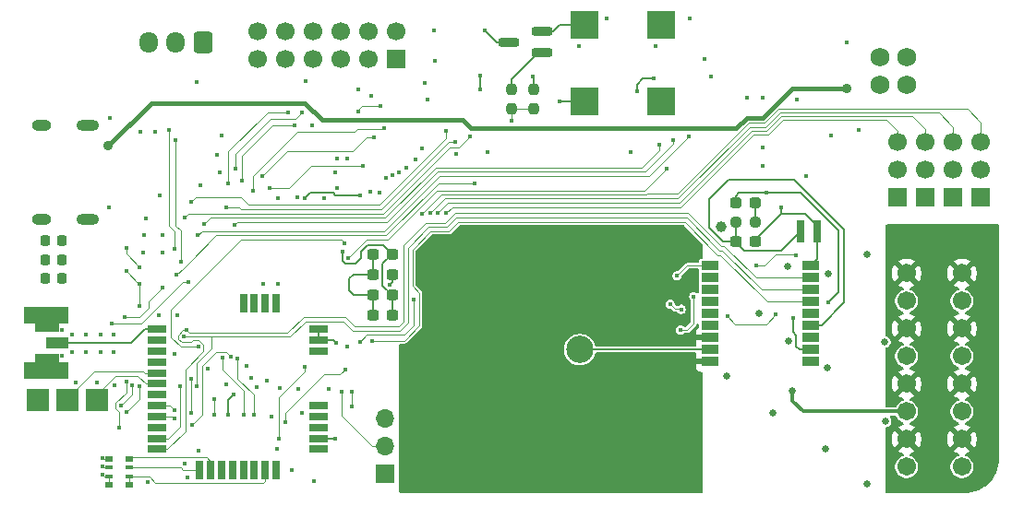
<source format=gbr>
%TF.GenerationSoftware,KiCad,Pcbnew,9.0.7*%
%TF.CreationDate,2026-01-13T15:48:46+01:00*%
%TF.ProjectId,TABv1,54414276-312e-46b6-9963-61645f706362,rev?*%
%TF.SameCoordinates,Original*%
%TF.FileFunction,Copper,L4,Bot*%
%TF.FilePolarity,Positive*%
%FSLAX46Y46*%
G04 Gerber Fmt 4.6, Leading zero omitted, Abs format (unit mm)*
G04 Created by KiCad (PCBNEW 9.0.7) date 2026-01-13 15:48:46*
%MOMM*%
%LPD*%
G01*
G04 APERTURE LIST*
G04 Aperture macros list*
%AMRoundRect*
0 Rectangle with rounded corners*
0 $1 Rounding radius*
0 $2 $3 $4 $5 $6 $7 $8 $9 X,Y pos of 4 corners*
0 Add a 4 corners polygon primitive as box body*
4,1,4,$2,$3,$4,$5,$6,$7,$8,$9,$2,$3,0*
0 Add four circle primitives for the rounded corners*
1,1,$1+$1,$2,$3*
1,1,$1+$1,$4,$5*
1,1,$1+$1,$6,$7*
1,1,$1+$1,$8,$9*
0 Add four rect primitives between the rounded corners*
20,1,$1+$1,$2,$3,$4,$5,0*
20,1,$1+$1,$4,$5,$6,$7,0*
20,1,$1+$1,$6,$7,$8,$9,0*
20,1,$1+$1,$8,$9,$2,$3,0*%
G04 Aperture macros list end*
%TA.AperFunction,SMDPad,CuDef*%
%ADD10R,2.000000X2.000000*%
%TD*%
%TA.AperFunction,ComponentPad*%
%ADD11C,1.700000*%
%TD*%
%TA.AperFunction,ComponentPad*%
%ADD12R,1.700000X1.700000*%
%TD*%
%TA.AperFunction,ComponentPad*%
%ADD13O,1.700000X1.700000*%
%TD*%
%TA.AperFunction,HeatsinkPad*%
%ADD14O,2.100000X1.000000*%
%TD*%
%TA.AperFunction,HeatsinkPad*%
%ADD15O,1.800000X1.000000*%
%TD*%
%TA.AperFunction,SMDPad,CuDef*%
%ADD16RoundRect,0.237500X0.237500X-0.250000X0.237500X0.250000X-0.237500X0.250000X-0.237500X-0.250000X0*%
%TD*%
%TA.AperFunction,ComponentPad*%
%ADD17RoundRect,0.250000X0.600000X0.725000X-0.600000X0.725000X-0.600000X-0.725000X0.600000X-0.725000X0*%
%TD*%
%TA.AperFunction,ComponentPad*%
%ADD18O,1.700000X1.950000*%
%TD*%
%TA.AperFunction,SMDPad,CuDef*%
%ADD19RoundRect,0.200000X0.750000X0.200000X-0.750000X0.200000X-0.750000X-0.200000X0.750000X-0.200000X0*%
%TD*%
%TA.AperFunction,SMDPad,CuDef*%
%ADD20R,0.800000X0.500000*%
%TD*%
%TA.AperFunction,SMDPad,CuDef*%
%ADD21R,0.800000X0.400000*%
%TD*%
%TA.AperFunction,SMDPad,CuDef*%
%ADD22R,2.032000X1.016000*%
%TD*%
%TA.AperFunction,SMDPad,CuDef*%
%ADD23R,4.064000X1.524000*%
%TD*%
%TA.AperFunction,SMDPad,CuDef*%
%ADD24R,2.286000X2.286000*%
%TD*%
%TA.AperFunction,SMDPad,CuDef*%
%ADD25RoundRect,0.237500X-0.237500X0.250000X-0.237500X-0.250000X0.237500X-0.250000X0.237500X0.250000X0*%
%TD*%
%TA.AperFunction,SMDPad,CuDef*%
%ADD26R,1.803400X0.711200*%
%TD*%
%TA.AperFunction,SMDPad,CuDef*%
%ADD27R,0.711200X1.803400*%
%TD*%
%TA.AperFunction,SMDPad,CuDef*%
%ADD28RoundRect,0.237500X-0.300000X-0.237500X0.300000X-0.237500X0.300000X0.237500X-0.300000X0.237500X0*%
%TD*%
%TA.AperFunction,SMDPad,CuDef*%
%ADD29R,1.600000X0.900000*%
%TD*%
%TA.AperFunction,ComponentPad*%
%ADD30C,1.701800*%
%TD*%
%TA.AperFunction,SMDPad,CuDef*%
%ADD31RoundRect,0.218750X-0.218750X-0.256250X0.218750X-0.256250X0.218750X0.256250X-0.218750X0.256250X0*%
%TD*%
%TA.AperFunction,SMDPad,CuDef*%
%ADD32RoundRect,0.237500X0.287500X0.237500X-0.287500X0.237500X-0.287500X-0.237500X0.287500X-0.237500X0*%
%TD*%
%TA.AperFunction,SMDPad,CuDef*%
%ADD33R,0.800000X2.000000*%
%TD*%
%TA.AperFunction,ComponentPad*%
%ADD34C,1.752600*%
%TD*%
%TA.AperFunction,SMDPad,CuDef*%
%ADD35R,2.500000X2.500000*%
%TD*%
%TA.AperFunction,ComponentPad*%
%ADD36C,2.500000*%
%TD*%
%TA.AperFunction,SMDPad,CuDef*%
%ADD37RoundRect,0.237500X0.250000X0.237500X-0.250000X0.237500X-0.250000X-0.237500X0.250000X-0.237500X0*%
%TD*%
%TA.AperFunction,ViaPad*%
%ADD38C,0.450000*%
%TD*%
%TA.AperFunction,ViaPad*%
%ADD39C,0.900000*%
%TD*%
%TA.AperFunction,ViaPad*%
%ADD40C,0.650000*%
%TD*%
%TA.AperFunction,ViaPad*%
%ADD41C,1.000000*%
%TD*%
%TA.AperFunction,ViaPad*%
%ADD42C,0.600000*%
%TD*%
%TA.AperFunction,Conductor*%
%ADD43C,0.125000*%
%TD*%
%TA.AperFunction,Conductor*%
%ADD44C,0.200000*%
%TD*%
%TA.AperFunction,Conductor*%
%ADD45C,0.400000*%
%TD*%
%TA.AperFunction,Conductor*%
%ADD46C,0.350000*%
%TD*%
%TA.AperFunction,Conductor*%
%ADD47C,0.136260*%
%TD*%
G04 APERTURE END LIST*
D10*
%TO.P,TP4,1,1*%
%TO.N,/LoRa & GPS/SWCLK*%
X76800000Y-69600000D03*
%TD*%
%TO.P,TP3,1,1*%
%TO.N,/LoRa & GPS/SWDIO*%
X79500000Y-69600000D03*
%TD*%
%TO.P,TP2,1,1*%
%TO.N,GND*%
X74100000Y-69600000D03*
%TD*%
D11*
%TO.P,J9,1,Pin_1*%
%TO.N,/PWM4*%
X152920000Y-45960000D03*
%TO.P,J9,2,Pin_2*%
%TO.N,/PWM3*%
X155460000Y-45960000D03*
%TO.P,J9,3,Pin_3*%
%TO.N,+BATT*%
X152920000Y-48500000D03*
%TO.P,J9,4,Pin_4*%
X155460000Y-48500000D03*
D12*
%TO.P,J9,5,Pin_5*%
%TO.N,GND*%
X152920000Y-51040000D03*
%TO.P,J9,6,Pin_6*%
X155460000Y-51040000D03*
%TD*%
%TO.P,J6,1,Pin_1*%
%TO.N,GND*%
X105900000Y-76380000D03*
D13*
%TO.P,J6,2,Pin_2*%
%TO.N,Net-(J6-Pin_2)*%
X105900000Y-73840000D03*
%TO.P,J6,3,Pin_3*%
%TO.N,Net-(J6-Pin_3)*%
X105900000Y-71300000D03*
%TD*%
D11*
%TO.P,J10,1,Pin_1*%
%TO.N,/PWM2*%
X158000000Y-45960000D03*
%TO.P,J10,2,Pin_2*%
%TO.N,/PWM1*%
X160540000Y-45960000D03*
%TO.P,J10,3,Pin_3*%
%TO.N,+BATT*%
X158000000Y-48500000D03*
%TO.P,J10,4,Pin_4*%
X160540000Y-48500000D03*
D12*
%TO.P,J10,5,Pin_5*%
%TO.N,GND*%
X158000000Y-51040000D03*
%TO.P,J10,6,Pin_6*%
X160540000Y-51040000D03*
%TD*%
D14*
%TO.P,J1,S1,SHIELD*%
%TO.N,GND*%
X78615000Y-44380000D03*
D15*
X74435000Y-44380000D03*
D14*
X78615000Y-53020000D03*
D15*
X74435000Y-53020000D03*
%TD*%
D16*
%TO.P,R10,1*%
%TO.N,/BUZZ*%
X117500000Y-42912500D03*
%TO.P,R10,2*%
%TO.N,Net-(Q2-G)*%
X117500000Y-41087500D03*
%TD*%
D17*
%TO.P,J11,1,Pin_1*%
%TO.N,GND*%
X89200000Y-36750000D03*
D18*
%TO.P,J11,2,Pin_2*%
%TO.N,Net-(J11-Pin_2)*%
X86700000Y-36750000D03*
%TO.P,J11,3,Pin_3*%
%TO.N,Net-(J11-Pin_3)*%
X84200000Y-36750000D03*
%TD*%
D19*
%TO.P,Q2,1,D*%
%TO.N,Net-(Q2-D)*%
X120262500Y-35800000D03*
%TO.P,Q2,2,G*%
%TO.N,Net-(Q2-G)*%
X120262500Y-37700000D03*
%TO.P,Q2,3,S*%
%TO.N,GND*%
X117262500Y-36750000D03*
%TD*%
D12*
%TO.P,J5,1,Pin_1*%
%TO.N,GND*%
X106910000Y-38290000D03*
D11*
%TO.P,J5,2,Pin_2*%
%TO.N,+3V3*%
X106910000Y-35750000D03*
%TO.P,J5,3,Pin_3*%
%TO.N,/GPIO20*%
X104370000Y-38290000D03*
%TO.P,J5,4,Pin_4*%
%TO.N,/GPIO41*%
X104370000Y-35750000D03*
%TO.P,J5,5,Pin_5*%
%TO.N,/PWM4*%
X101830000Y-38290000D03*
%TO.P,J5,6,Pin_6*%
%TO.N,/GPIO42*%
X101830000Y-35750000D03*
%TO.P,J5,7,Pin_7*%
%TO.N,/PWM3*%
X99290000Y-38290000D03*
%TO.P,J5,8,Pin_8*%
%TO.N,/GPIO43*%
X99290000Y-35750000D03*
%TO.P,J5,9,Pin_9*%
%TO.N,/PWM2*%
X96750000Y-38290000D03*
%TO.P,J5,10,Pin_10*%
%TO.N,/GPIO44*%
X96750000Y-35750000D03*
%TO.P,J5,11,Pin_11*%
%TO.N,/PWM1*%
X94210000Y-38290000D03*
%TO.P,J5,12,Pin_12*%
%TO.N,GND*%
X94210000Y-35750000D03*
%TD*%
D20*
%TO.P,RN1,1,R1.1*%
%TO.N,/LoRa & GPS/L_BLUE*%
X82400000Y-75050000D03*
D21*
%TO.P,RN1,2,R2.1*%
%TO.N,/LoRa & GPS/L_GREEN*%
X82400000Y-75850000D03*
%TO.P,RN1,3,R3.1*%
%TO.N,/LoRa & GPS/L_RED*%
X82400000Y-76650000D03*
D20*
%TO.P,RN1,4,R4.1*%
X82400000Y-77450000D03*
%TO.P,RN1,5,R4.2*%
%TO.N,Net-(D11-A)*%
X80600000Y-77450000D03*
D21*
%TO.P,RN1,6,R3.2*%
X80600000Y-76650000D03*
%TO.P,RN1,7,R2.2*%
%TO.N,Net-(D10-A)*%
X80600000Y-75850000D03*
D20*
%TO.P,RN1,8,R1.2*%
%TO.N,Net-(D9-A)*%
X80600000Y-75050000D03*
%TD*%
D22*
%TO.P,J4,1,In*%
%TO.N,ANT*%
X75873000Y-64400000D03*
D23*
%TO.P,J4,2,Ext*%
%TO.N,GND*%
X74857000Y-61860000D03*
X74857000Y-66940000D03*
D24*
X74882400Y-62291800D03*
X74882400Y-66508200D03*
%TD*%
D25*
%TO.P,R11,1*%
%TO.N,GND*%
X119500000Y-41087500D03*
%TO.P,R11,2*%
%TO.N,/BUZZ*%
X119500000Y-42912500D03*
%TD*%
D26*
%TO.P,U10,1,PA3/UART2_RX*%
%TO.N,/TX_GPS*%
X85000000Y-74149999D03*
%TO.P,U10,2,PA2/UART2_TX*%
%TO.N,/RX_GPS*%
X85000000Y-73150001D03*
%TO.P,U10,3,PA15/ADC5*%
%TO.N,unconnected-(U10-PA15{slash}ADC5-Pad3)*%
X85000000Y-72150001D03*
%TO.P,U10,4,PB6/UART1_TX*%
%TO.N,Net-(U10-PB6{slash}UART1_TX)*%
X85000000Y-71150000D03*
%TO.P,U10,5,PB7/UART1_RX*%
%TO.N,Net-(U10-PB7{slash}UART1_RX)*%
X85000000Y-70150000D03*
%TO.P,U10,6,PA1*%
%TO.N,unconnected-(U10-PA1-Pad6)*%
X85000000Y-69149999D03*
%TO.P,U10,7,PA13/SWDIO*%
%TO.N,/LoRa & GPS/SWDIO*%
X85000000Y-68150001D03*
%TO.P,U10,8,PA14/SWCLK*%
%TO.N,/LoRa & GPS/SWCLK*%
X85000000Y-67150000D03*
%TO.P,U10,9,PA12/I2C_SCL*%
%TO.N,/LoRa & GPS/SCL_RADIO*%
X85000000Y-66150000D03*
%TO.P,U10,10,PA11/I2C_SDA*%
%TO.N,/LoRa & GPS/SDA_RADIO*%
X85000000Y-65149999D03*
%TO.P,U10,11,GND*%
%TO.N,GND*%
X85000000Y-64149999D03*
%TO.P,U10,12,RF*%
%TO.N,ANT*%
X85000000Y-63150001D03*
D27*
%TO.P,U10,13,PA7/SPI1_MOSI*%
%TO.N,unconnected-(U10-PA7{slash}SPI1_MOSI-Pad13)*%
X92899999Y-60750000D03*
%TO.P,U10,14,PA6/SPI1_MISO*%
%TO.N,unconnected-(U10-PA6{slash}SPI1_MISO-Pad14)*%
X93900000Y-60750000D03*
%TO.P,U10,15,PA5/SPI1_CLK*%
%TO.N,unconnected-(U10-PA5{slash}SPI1_CLK-Pad15)*%
X94900000Y-60750000D03*
%TO.P,U10,16,PA4/SPI1_NSS*%
%TO.N,unconnected-(U10-PA4{slash}SPI1_NSS-Pad16)*%
X95900001Y-60750000D03*
D26*
%TO.P,U10,17,GND*%
%TO.N,GND*%
X99800000Y-63150001D03*
%TO.P,U10,18,GND*%
X99800000Y-64149999D03*
%TO.P,U10,19,PA8*%
%TO.N,unconnected-(U10-PA8-Pad19)*%
X99800000Y-65149999D03*
%TO.P,U10,20,PA9*%
%TO.N,unconnected-(U10-PA9-Pad20)*%
X99800000Y-70150000D03*
%TO.P,U10,21,BOOT0*%
%TO.N,unconnected-(U10-BOOT0-Pad21)*%
X99800000Y-71150000D03*
%TO.P,U10,22,RST*%
%TO.N,unconnected-(U10-RST-Pad22)*%
X99800000Y-72150001D03*
%TO.P,U10,23,GND*%
%TO.N,GND*%
X99800000Y-73149999D03*
%TO.P,U10,24,VDD*%
%TO.N,+3V3*%
X99800000Y-74149999D03*
D27*
%TO.P,U10,25,PA10/ADC4*%
%TO.N,unconnected-(U10-PA10{slash}ADC4-Pad25)*%
X95900001Y-76050000D03*
%TO.P,U10,26,PB2/AD3*%
%TO.N,/LoRa & GPS/L_RED*%
X94900000Y-76050000D03*
%TO.P,U10,27,PB12*%
%TO.N,unconnected-(U10-PB12-Pad27)*%
X93900000Y-76050000D03*
%TO.P,U10,28,GND*%
%TO.N,GND*%
X92899999Y-76050000D03*
%TO.P,U10,29,PA0*%
%TO.N,unconnected-(U10-PA0-Pad29)*%
X91900001Y-76050000D03*
%TO.P,U10,30,PB5*%
%TO.N,unconnected-(U10-PB5-Pad30)*%
X90900000Y-76050000D03*
%TO.P,U10,31,PB4/ADC2*%
%TO.N,/LoRa & GPS/L_BLUE*%
X89900000Y-76050000D03*
%TO.P,U10,32,PB3/ADC1*%
%TO.N,/LoRa & GPS/L_GREEN*%
X88899999Y-76050000D03*
%TD*%
D28*
%TO.P,C13,1*%
%TO.N,GND*%
X104812500Y-58125000D03*
%TO.P,C13,2*%
%TO.N,+1V1*%
X106537500Y-58125000D03*
%TD*%
D29*
%TO.P,U9,1,GND*%
%TO.N,GND*%
X144900000Y-57300000D03*
%TO.P,U9,2,UART-TX*%
%TO.N,/TX_GPS*%
X144900000Y-58400000D03*
%TO.P,U9,3,UART-RX*%
%TO.N,/RX_GPS*%
X144900000Y-59500000D03*
%TO.P,U9,4,PPS*%
%TO.N,PPS*%
X144900000Y-60600000D03*
%TO.P,U9,5,WAKEUP*%
%TO.N,unconnected-(U9-WAKEUP-Pad5)*%
X144900000Y-61700000D03*
%TO.P,U9,6,VBAT*%
%TO.N,Net-(BT1-+)*%
X144900000Y-62800000D03*
%TO.P,U9,7,RESERVED*%
%TO.N,unconnected-(U9-RESERVED-Pad7)*%
X144900000Y-63900000D03*
%TO.P,U9,8,VCC*%
%TO.N,+3V3*%
X144900000Y-65000000D03*
%TO.P,U9,9,~{RESET}*%
%TO.N,unconnected-(U9-~{RESET}-Pad9)*%
X144900000Y-66100000D03*
%TO.P,U9,10,GND_RF*%
%TO.N,GND*%
X135700000Y-66100000D03*
%TO.P,U9,11,RF_IN*%
%TO.N,Net-(U9-RF_IN)*%
X135700000Y-65000000D03*
%TO.P,U9,12,GND_RF__1*%
%TO.N,GND*%
X135700000Y-63900000D03*
%TO.P,U9,13,RESERVED__1*%
%TO.N,unconnected-(U9-RESERVED__1-Pad13)*%
X135700000Y-62800000D03*
%TO.P,U9,14,VCC_RF*%
%TO.N,unconnected-(U9-VCC_RF-Pad14)*%
X135700000Y-61700000D03*
%TO.P,U9,15,RESERVED__2*%
%TO.N,unconnected-(U9-RESERVED__2-Pad15)*%
X135700000Y-60600000D03*
%TO.P,U9,16,I2C_SDA*%
%TO.N,unconnected-(U9-I2C_SDA-Pad16)*%
X135700000Y-59500000D03*
%TO.P,U9,17,I2C_SCL*%
%TO.N,unconnected-(U9-I2C_SCL-Pad17)*%
X135700000Y-58400000D03*
%TO.P,U9,18,PRG*%
%TO.N,Net-(U9-PRG)*%
X135700000Y-57300000D03*
%TD*%
D30*
%TO.P,J15,1,1*%
%TO.N,/Pyro/PYRO1*%
X158795301Y-75769599D03*
%TO.P,J15,2,2*%
%TO.N,/Pyro/PYRO_LOW*%
X158795301Y-73229599D03*
%TO.P,J15,3,3*%
%TO.N,/Pyro/PYRO2*%
X158795301Y-70689599D03*
%TO.P,J15,4,4*%
%TO.N,/Pyro/PYRO_LOW*%
X158795301Y-68149599D03*
%TO.P,J15,5,5*%
%TO.N,/Pyro/PYRO3*%
X158795301Y-65609599D03*
%TO.P,J15,6,6*%
%TO.N,/Pyro/PYRO_LOW*%
X158795301Y-63069599D03*
%TO.P,J15,7,7*%
%TO.N,/Pyro/PYRO4*%
X158795301Y-60529599D03*
%TO.P,J15,8,8*%
%TO.N,/Pyro/PYRO_LOW*%
X158795301Y-57989599D03*
%TO.P,J15,9,9*%
%TO.N,/Pyro/PYRO1*%
X153715301Y-75769599D03*
%TO.P,J15,10,10*%
%TO.N,/Pyro/PYRO_LOW*%
X153715301Y-73229599D03*
%TO.P,J15,11,11*%
%TO.N,/Pyro/PYRO2*%
X153715301Y-70689599D03*
%TO.P,J15,12,12*%
%TO.N,/Pyro/PYRO_LOW*%
X153715301Y-68149599D03*
%TO.P,J15,13,13*%
%TO.N,/Pyro/PYRO3*%
X153715301Y-65609599D03*
%TO.P,J15,14,14*%
%TO.N,/Pyro/PYRO_LOW*%
X153715301Y-63069599D03*
%TO.P,J15,15,15*%
%TO.N,/Pyro/PYRO4*%
X153715301Y-60529599D03*
%TO.P,J15,16,16*%
%TO.N,/Pyro/PYRO_LOW*%
X153715301Y-57989599D03*
%TD*%
D31*
%TO.P,D9,1,K*%
%TO.N,GND*%
X74712500Y-55000000D03*
%TO.P,D9,2,A*%
%TO.N,Net-(D9-A)*%
X76287500Y-55000000D03*
%TD*%
D32*
%TO.P,D8,1,K*%
%TO.N,Net-(D8-K)*%
X139825000Y-51500000D03*
%TO.P,D8,2,A*%
%TO.N,+3V3*%
X138075000Y-51500000D03*
%TD*%
D31*
%TO.P,D10,1,K*%
%TO.N,GND*%
X74712500Y-56750000D03*
%TO.P,D10,2,A*%
%TO.N,Net-(D10-A)*%
X76287500Y-56750000D03*
%TD*%
%TO.P,D11,1,K*%
%TO.N,GND*%
X74712500Y-58500000D03*
%TO.P,D11,2,A*%
%TO.N,Net-(D11-A)*%
X76287500Y-58500000D03*
%TD*%
D33*
%TO.P,BT1,1,+*%
%TO.N,Net-(BT1-+)*%
X144000000Y-54100000D03*
%TO.P,BT1,2,-*%
%TO.N,GND*%
X145500000Y-54100000D03*
%TD*%
D28*
%TO.P,C6,1*%
%TO.N,GND*%
X104812500Y-56250000D03*
%TO.P,C6,2*%
%TO.N,+3V3*%
X106537500Y-56250000D03*
%TD*%
%TO.P,C7,1*%
%TO.N,GND*%
X104812500Y-60000000D03*
%TO.P,C7,2*%
%TO.N,+3V3*%
X106537500Y-60000000D03*
%TD*%
D34*
%TO.P,J8,1,1*%
%TO.N,unconnected-(J8-Pad1)*%
X151264452Y-40651100D03*
%TO.P,J8,2,2*%
%TO.N,unconnected-(J8-Pad2)*%
X151264452Y-38151100D03*
%TO.P,J8,3,3*%
%TO.N,+BATT*%
X153764452Y-40651100D03*
%TO.P,J8,4,4*%
%TO.N,GND*%
X153764452Y-38151100D03*
%TD*%
D28*
%TO.P,C8,1*%
%TO.N,GND*%
X104812500Y-61875000D03*
%TO.P,C8,2*%
%TO.N,+3V3*%
X106537500Y-61875000D03*
%TD*%
D35*
%TO.P,LS1,1*%
%TO.N,N/C*%
X131200000Y-42200000D03*
%TO.P,LS1,2*%
X131200000Y-35200000D03*
%TO.P,LS1,N*%
%TO.N,Net-(Q2-D)*%
X124200000Y-35200000D03*
%TO.P,LS1,P*%
%TO.N,+3V3*%
X124200000Y-42200000D03*
%TD*%
D36*
%TO.P,ANT1,1,1*%
%TO.N,Net-(U9-RF_IN)*%
X123750000Y-65000000D03*
%TD*%
D37*
%TO.P,R39,1*%
%TO.N,Net-(D8-K)*%
X139862500Y-53300000D03*
%TO.P,R39,2*%
%TO.N,Net-(BT1-+)*%
X138037500Y-53300000D03*
%TD*%
D28*
%TO.P,C37,1*%
%TO.N,Net-(BT1-+)*%
X138087500Y-55100000D03*
%TO.P,C37,2*%
%TO.N,GND*%
X139812500Y-55100000D03*
%TD*%
D38*
%TO.N,Net-(U10-PB6{slash}UART1_TX)*%
X86600000Y-71300000D03*
X77500000Y-68000000D03*
%TO.N,Net-(U10-PB7{slash}UART1_RX)*%
X86625000Y-70587500D03*
X79500000Y-68000000D03*
%TO.N,GND*%
X76300000Y-63200000D03*
X76300000Y-65600000D03*
X77200000Y-63600000D03*
X77200000Y-65200000D03*
X74100000Y-69600000D03*
%TO.N,/SPI1.TX*%
X82700000Y-68300000D03*
%TO.N,+1V1*%
X97840000Y-50980000D03*
X85480000Y-56100000D03*
X97937500Y-68600000D03*
X106318224Y-59025000D03*
D39*
%TO.N,VUSB*%
X148200000Y-41000000D03*
X80500000Y-46300000D03*
D38*
%TO.N,Net-(J6-Pin_3)*%
X102850000Y-70213500D03*
X102850000Y-68850000D03*
%TO.N,Net-(J6-Pin_2)*%
X101950000Y-68837500D03*
%TO.N,Net-(J7-DAT0)*%
X130500000Y-40100000D03*
X129000000Y-41300000D03*
%TO.N,/SD_detect*%
X114100000Y-49700000D03*
X86800000Y-58100000D03*
%TO.N,/GPIO42*%
X107200000Y-48700000D03*
X103437028Y-41088500D03*
%TO.N,/PWM3*%
X94100000Y-68425735D03*
X110731327Y-52458103D03*
%TO.N,/PWM1*%
X104500000Y-50500000D03*
X101487915Y-47486500D03*
X109312332Y-52499832D03*
X93212500Y-66537500D03*
%TO.N,/PWM4*%
X111496112Y-52487500D03*
X95081249Y-67829779D03*
%TO.N,/PWM2*%
X110020831Y-52480763D03*
X93612500Y-67600000D03*
X105399000Y-50564540D03*
X102400000Y-47486500D03*
%TO.N,Net-(J11-Pin_2)*%
X86700000Y-45800000D03*
X87152470Y-56901000D03*
%TO.N,/GPIO44*%
X105999000Y-49250000D03*
%TO.N,/GPIO41*%
X107800000Y-48300000D03*
X104600000Y-41700000D03*
%TO.N,/GPIO43*%
X106600000Y-48950000D03*
X98600000Y-40300000D03*
D40*
%TO.N,/Pyro/PYRO2*%
X143250000Y-68750000D03*
%TO.N,/Pyro/PYRO_HIGH*%
X151800000Y-71600000D03*
X150121844Y-77340000D03*
X150116750Y-56218906D03*
D41*
X136700000Y-53700000D03*
D40*
X151728156Y-64292500D03*
X141425000Y-70825000D03*
X142900000Y-64243750D03*
D38*
%TO.N,/SS*%
X91508949Y-49700000D03*
X96975000Y-43200000D03*
%TO.N,/PYRO_SENSE*%
X132028768Y-60828768D03*
X133046232Y-61296232D03*
X137299265Y-61950735D03*
X141750000Y-61750000D03*
%TO.N,/PYRO_ENABLE*%
X133000000Y-63200000D03*
X134200000Y-60112500D03*
%TO.N,/PYRO_FIRE_4*%
X143550000Y-56300000D03*
X139900000Y-57250000D03*
%TO.N,/SD_DAT2*%
X88100000Y-51400000D03*
X111500000Y-44900000D03*
%TO.N,/SD_DAT3*%
X113700000Y-45400000D03*
X87500000Y-52900000D03*
%TO.N,/SD_CMD*%
X91300000Y-51900000D03*
X112300000Y-45900000D03*
%TO.N,/SD_DAT0*%
X89300000Y-53500000D03*
X131000000Y-46200000D03*
%TO.N,/SD_CLK*%
X92100000Y-53574000D03*
X132300000Y-45800000D03*
%TO.N,/SD_DAT1*%
X88700000Y-54500000D03*
X133714496Y-45400000D03*
%TO.N,/SCLK*%
X104900000Y-45500000D03*
X94600000Y-49100000D03*
%TO.N,/IMU_INT2*%
X92375001Y-65831830D03*
X93850000Y-71000000D03*
%TO.N,/SD2*%
X97600000Y-44400000D03*
X92801468Y-49500000D03*
%TO.N,/IMU45_INT2*%
X88125000Y-70787500D03*
X88125000Y-67700000D03*
%TO.N,/SPI1.RX*%
X85500000Y-59299000D03*
X81499000Y-72200000D03*
X82179998Y-67909998D03*
X82050000Y-62050000D03*
%TO.N,/IMU_CS*%
X92900000Y-71000000D03*
X91000000Y-65700000D03*
%TO.N,/SPI1.CK*%
X91500000Y-71000000D03*
X82205879Y-70750000D03*
X92050000Y-69100000D03*
X83400000Y-61000000D03*
X83350000Y-58923527D03*
X83400000Y-68350000D03*
X82150000Y-57750000D03*
%TO.N,/MAG_CS*%
X83350000Y-57400000D03*
X82150000Y-55700000D03*
%TO.N,/IMU45_INT1*%
X86600000Y-65400000D03*
X81049000Y-68300000D03*
%TO.N,/IMU_INT1*%
X88199172Y-71900000D03*
X91740000Y-65660000D03*
%TO.N,/SD3*%
X103400000Y-43100000D03*
X95288008Y-50125000D03*
X105500000Y-42600000D03*
X103886500Y-48086500D03*
%TO.N,/SD0*%
X93800000Y-50400000D03*
X105850000Y-44698529D03*
%TO.N,/BARO_INT*%
X96150000Y-73150000D03*
X98525940Y-66585500D03*
%TO.N,/SPI1.TX*%
X90200000Y-69587500D03*
X90200000Y-71000000D03*
X81700000Y-70100000D03*
%TO.N,/BARO_CS*%
X96750000Y-71650000D03*
X102250000Y-66800000D03*
%TO.N,/IMU45_CS*%
X80800000Y-62600000D03*
X87851473Y-58800000D03*
%TO.N,/SD1*%
X98250000Y-43250000D03*
X92200000Y-48400000D03*
%TO.N,/BUZZ*%
X108525000Y-60375000D03*
X117500000Y-43999000D03*
X103570000Y-64320000D03*
%TO.N,+3V3*%
X84800000Y-45000000D03*
X140500000Y-41900000D03*
X87750000Y-76750000D03*
X135750000Y-39900000D03*
X121900000Y-42200000D03*
X102440000Y-64690000D03*
X140500000Y-48162500D03*
X135200000Y-38300000D03*
X106537500Y-60000000D03*
X110412500Y-35650000D03*
X103600000Y-50800000D03*
X108675735Y-47575735D03*
X95950000Y-74100000D03*
X143300000Y-62100000D03*
X96248000Y-68552252D03*
X90750000Y-48700000D03*
X99975000Y-74125000D03*
X109300000Y-46500000D03*
X149300000Y-44800000D03*
X84110119Y-77186180D03*
X96100000Y-51100000D03*
X91325000Y-68200000D03*
X102000000Y-56000000D03*
X123682500Y-37082500D03*
X90500000Y-47100000D03*
X109500000Y-40550000D03*
X88750000Y-74250000D03*
X140900000Y-50600000D03*
X112400000Y-47026000D03*
X98563235Y-51088235D03*
X133875000Y-34600000D03*
X86875000Y-61875000D03*
X85500000Y-54500000D03*
X110475000Y-38475000D03*
X146500000Y-60700000D03*
%TO.N,/RX_GPS*%
X87112500Y-68400000D03*
X87455339Y-63802198D03*
X88612500Y-68400000D03*
%TO.N,/TX_GPS*%
X87700000Y-63200000D03*
%TO.N,PPS*%
X104737000Y-64177000D03*
%TO.N,Net-(D9-A)*%
X76250000Y-55000000D03*
X80000000Y-75000000D03*
%TO.N,Net-(D10-A)*%
X80000000Y-75750000D03*
X76250000Y-56750000D03*
%TO.N,Net-(D11-A)*%
X80000000Y-76500000D03*
X76250000Y-58500000D03*
%TO.N,Net-(J11-Pin_3)*%
X86575738Y-55724265D03*
X86100000Y-44800000D03*
%TO.N,/GPIO20*%
X102200000Y-55200000D03*
X88761765Y-64761765D03*
%TO.N,/BATT_SENSE*%
X131700000Y-48400000D03*
X102500000Y-56600000D03*
%TO.N,GND*%
X117000000Y-64500000D03*
X101300000Y-73150000D03*
X133600000Y-64100000D03*
X124500000Y-58500000D03*
X83950000Y-52912500D03*
X133500000Y-75000000D03*
X89000000Y-49900000D03*
X88625000Y-40425000D03*
X115500000Y-67500000D03*
X129000000Y-73500000D03*
X98306648Y-70793352D03*
X123000000Y-70500000D03*
X109637500Y-71150000D03*
X117000000Y-57000000D03*
X85212500Y-50812500D03*
X124500000Y-75000000D03*
X109500000Y-67500000D03*
X79800000Y-65200000D03*
X121250000Y-76500000D03*
X123000000Y-67500000D03*
X130500000Y-58500000D03*
X87500000Y-75500000D03*
X97355603Y-76062500D03*
X129100000Y-64100000D03*
X108170000Y-64501000D03*
X140500000Y-46437500D03*
X126000000Y-73500000D03*
X83737500Y-56100000D03*
X129000000Y-67500000D03*
X124500000Y-69000000D03*
X85150000Y-61875000D03*
X111000000Y-64500000D03*
X114250000Y-73750000D03*
X111000000Y-57000000D03*
X126200000Y-34600000D03*
X92899999Y-76050000D03*
X110500000Y-55000000D03*
X132000000Y-76500000D03*
X126100000Y-64100000D03*
X132000000Y-73500000D03*
X127600000Y-65900000D03*
X83775000Y-54500000D03*
X126100000Y-65900000D03*
X80600000Y-51900000D03*
X114000000Y-57000000D03*
X144525000Y-49037500D03*
X139100000Y-41900000D03*
X120000000Y-64500000D03*
X99400000Y-77100000D03*
X121500000Y-75000000D03*
X120000000Y-67500000D03*
X101300000Y-48687500D03*
X121500000Y-72000000D03*
X100700000Y-68600000D03*
X148200000Y-36800000D03*
X108000000Y-77250000D03*
X132100000Y-64100000D03*
X119475735Y-39900000D03*
X130500000Y-69000000D03*
X115750000Y-77000000D03*
X114000000Y-60000000D03*
X123000000Y-75750000D03*
X127500000Y-58500000D03*
X90900000Y-45350000D03*
X101500000Y-50200000D03*
X79800000Y-63600000D03*
X114000000Y-76500000D03*
X130600000Y-65900000D03*
D40*
X137250000Y-67406250D03*
D38*
X81000000Y-65200000D03*
X126000000Y-76500000D03*
X146766668Y-45333332D03*
D40*
X146480000Y-66650000D03*
D38*
X78500000Y-65200000D03*
X127500000Y-69000000D03*
X142200000Y-51900000D03*
X111000000Y-60000000D03*
X117500000Y-77000000D03*
X74857000Y-61860000D03*
X80700000Y-43700000D03*
X126000000Y-70500000D03*
X132100000Y-65900000D03*
X118500000Y-58500000D03*
X115500000Y-55000000D03*
X133600000Y-65900000D03*
X128400000Y-46900000D03*
D42*
X74712500Y-58500000D03*
D40*
X146512500Y-58031406D03*
D42*
X74712500Y-56750000D03*
D38*
X132000000Y-54250000D03*
X96100000Y-59000000D03*
D42*
X74712500Y-55000000D03*
D38*
X115300000Y-46900000D03*
X120000000Y-57000000D03*
X74857000Y-66940000D03*
X127500000Y-54000000D03*
X113250000Y-75000000D03*
X108000000Y-69000000D03*
X127600000Y-64100000D03*
X118250000Y-72250000D03*
D40*
X142850000Y-57350000D03*
D38*
X100300000Y-51100000D03*
X124500000Y-72000000D03*
X132000000Y-70500000D03*
X89600000Y-66730000D03*
X104812500Y-56250000D03*
D40*
X140150000Y-61700000D03*
D38*
X117000000Y-60000000D03*
X111162500Y-77550000D03*
X118500000Y-66000000D03*
X109000000Y-58500000D03*
D40*
X146300000Y-74100000D03*
D38*
X130700000Y-37100000D03*
X129000000Y-76500000D03*
X110750000Y-72250000D03*
X123000000Y-60000000D03*
X130600000Y-64100000D03*
X123000000Y-73500000D03*
X83500000Y-45000000D03*
X130500000Y-72000000D03*
X109800000Y-42000000D03*
X114000000Y-72250000D03*
X112950000Y-70662500D03*
X95476879Y-71123121D03*
X78500000Y-63600000D03*
X118500000Y-69000000D03*
X101400000Y-64400000D03*
X143637500Y-42050000D03*
X126000000Y-60000000D03*
X133500000Y-69000000D03*
X112500000Y-58500000D03*
X115500000Y-58500000D03*
X126000000Y-67500000D03*
X129000000Y-60000000D03*
X113500000Y-54500000D03*
X114000000Y-64500000D03*
X129000000Y-70500000D03*
X121500000Y-66000000D03*
X94700000Y-59000000D03*
X132000000Y-67500000D03*
X110500000Y-74350000D03*
X133500000Y-72000000D03*
X124500000Y-77250000D03*
X109000000Y-56000000D03*
X115050000Y-35650000D03*
X108000000Y-73000000D03*
X130500000Y-75000000D03*
X120000000Y-60000000D03*
X81000000Y-63600000D03*
X127500000Y-72000000D03*
X120000000Y-70500000D03*
X121500000Y-69000000D03*
X85000000Y-64149999D03*
X127500000Y-75000000D03*
X120000000Y-73500000D03*
X99200000Y-44400000D03*
X119250000Y-77000000D03*
X121500000Y-58500000D03*
X129100000Y-65900000D03*
%TO.N,/microSD/_DAT3*%
X114600000Y-41100000D03*
X114600000Y-39800000D03*
%TO.N,Net-(U9-PRG)*%
X132675000Y-58234787D03*
%TD*%
D43*
%TO.N,Net-(U10-PB6{slash}UART1_TX)*%
X86600000Y-71300000D02*
X86450000Y-71150000D01*
X86450000Y-71150000D02*
X85000000Y-71150000D01*
%TO.N,Net-(U10-PB7{slash}UART1_RX)*%
X86625000Y-70587500D02*
X86187500Y-70150000D01*
X86187500Y-70150000D02*
X85000000Y-70150000D01*
%TO.N,/SPI1.TX*%
X90200000Y-69587500D02*
X90200000Y-71000000D01*
%TO.N,/SPI1.RX*%
X81499000Y-72200000D02*
X81499000Y-70699000D01*
X81200000Y-70400000D02*
X81200000Y-69900000D01*
X81499000Y-70699000D02*
X81200000Y-70400000D01*
X81200000Y-69900000D02*
X82179998Y-68920002D01*
X82179998Y-68920002D02*
X82179998Y-67909998D01*
D44*
%TO.N,+3V3*%
X106537500Y-56250000D02*
X105687500Y-55400000D01*
X102282123Y-57126000D02*
X101974000Y-56817877D01*
X105687500Y-55400000D02*
X104300000Y-55400000D01*
X104300000Y-55400000D02*
X103700000Y-56000000D01*
X103700000Y-56000000D02*
X103700000Y-56600000D01*
X103700000Y-56600000D02*
X103174000Y-57126000D01*
X103174000Y-57126000D02*
X102282123Y-57126000D01*
X101974000Y-56817877D02*
X101974000Y-56026000D01*
X101974000Y-56026000D02*
X102000000Y-56000000D01*
D43*
%TO.N,/RX_GPS*%
X87112500Y-68400000D02*
X87112500Y-72064201D01*
X87112500Y-72064201D02*
X86026700Y-73150001D01*
X86026700Y-73150001D02*
X85000000Y-73150001D01*
%TO.N,/TX_GPS*%
X88816844Y-64126000D02*
X89250265Y-64559421D01*
X88109302Y-64290698D02*
X88274000Y-64126000D01*
X89250265Y-65149735D02*
X87600000Y-66800000D01*
X87600000Y-66800000D02*
X87600000Y-72500000D01*
X87252995Y-64290698D02*
X88109302Y-64290698D01*
X86966839Y-64004542D02*
X87252995Y-64290698D01*
X86966839Y-64000000D02*
X86966839Y-64004542D01*
X86962297Y-64000000D02*
X86966839Y-64000000D01*
X86900000Y-63937703D02*
X86962297Y-64000000D01*
X89250265Y-64559421D02*
X89250265Y-65149735D01*
X86900000Y-63666693D02*
X86900000Y-63937703D01*
X88274000Y-64126000D02*
X88816844Y-64126000D01*
X87366693Y-63200000D02*
X86900000Y-63666693D01*
X87700000Y-63200000D02*
X87366693Y-63200000D01*
X87600000Y-72500000D02*
X85950001Y-74149999D01*
X85950001Y-74149999D02*
X85000000Y-74149999D01*
%TO.N,/IMU45_INT2*%
X88125000Y-70787500D02*
X88125000Y-67700000D01*
%TO.N,/RX_GPS*%
X88612500Y-68400000D02*
X88612500Y-66248534D01*
X88612500Y-66248534D02*
X90000000Y-64861034D01*
X90000000Y-64861034D02*
X90000000Y-63800000D01*
%TO.N,/SPI1.TX*%
X81700000Y-70100000D02*
X82700000Y-69100000D01*
X82700000Y-69100000D02*
X82700000Y-68300000D01*
%TO.N,/SPI1.CK*%
X82205879Y-70750000D02*
X83400000Y-69555879D01*
X83400000Y-69555879D02*
X83400000Y-68350000D01*
%TO.N,/LoRa & GPS/SWDIO*%
X79000000Y-69000000D02*
X79600000Y-69000000D01*
X79600000Y-69000000D02*
X81200000Y-67400000D01*
X81200000Y-67400000D02*
X83223299Y-67400000D01*
X83223299Y-67400000D02*
X83973300Y-68150001D01*
X83973300Y-68150001D02*
X85000000Y-68150001D01*
%TO.N,/LoRa & GPS/SWCLK*%
X76500000Y-69600000D02*
X76600000Y-69600000D01*
X76600000Y-69600000D02*
X79200000Y-67000000D01*
X79200000Y-67000000D02*
X83700000Y-67000000D01*
X83700000Y-67000000D02*
X83850000Y-67150000D01*
X83850000Y-67150000D02*
X85000000Y-67150000D01*
%TO.N,/GPIO20*%
X102200000Y-55200000D02*
X101901000Y-54901000D01*
X101901000Y-54901000D02*
X92699000Y-54901000D01*
X92699000Y-54901000D02*
X86274000Y-61326000D01*
X86274000Y-61326000D02*
X86274000Y-63874000D01*
X86274000Y-63874000D02*
X87161765Y-64761765D01*
X87161765Y-64761765D02*
X88761765Y-64761765D01*
D44*
%TO.N,+1V1*%
X106318224Y-59025000D02*
X106537500Y-58805724D01*
X106537500Y-58125000D02*
X106537500Y-58250000D01*
X106537500Y-58805724D02*
X106537500Y-58125000D01*
D45*
%TO.N,VUSB*%
X84436318Y-42363682D02*
X98563682Y-42363682D01*
X139045512Y-43699000D02*
X140499000Y-43699000D01*
X112990364Y-43899000D02*
X113790364Y-44699000D01*
X100099000Y-43899000D02*
X112990364Y-43899000D01*
X98563682Y-42363682D02*
X100099000Y-43899000D01*
X143200000Y-41000000D02*
X148200000Y-41000000D01*
X113790364Y-44699000D02*
X138045512Y-44699000D01*
X140499000Y-43699000D02*
X140500000Y-43700000D01*
X138045512Y-44699000D02*
X139045512Y-43699000D01*
X80500000Y-46300000D02*
X84436318Y-42363682D01*
X140500000Y-43700000D02*
X143200000Y-41000000D01*
D43*
%TO.N,Net-(J6-Pin_3)*%
X102850000Y-70213500D02*
X102850000Y-68850000D01*
%TO.N,Net-(J6-Pin_2)*%
X101950000Y-71050000D02*
X104740000Y-73840000D01*
X104740000Y-73840000D02*
X105900000Y-73840000D01*
X101950000Y-68837500D02*
X101950000Y-71050000D01*
D44*
%TO.N,Net-(J7-DAT0)*%
X129550000Y-40100000D02*
X130500000Y-40100000D01*
X129000000Y-41300000D02*
X129000000Y-40650000D01*
X129000000Y-40650000D02*
X129550000Y-40100000D01*
D43*
%TO.N,/SD_detect*%
X87753470Y-57149943D02*
X87753470Y-57147530D01*
X87401413Y-57502000D02*
X87753470Y-57149943D01*
X87753470Y-57147530D02*
X90401000Y-54500000D01*
X87399000Y-57502000D02*
X87401413Y-57502000D01*
X110802600Y-49700000D02*
X114100000Y-49700000D01*
X90401000Y-54500000D02*
X106002600Y-54500000D01*
X106002600Y-54500000D02*
X110802600Y-49700000D01*
X86801000Y-58100000D02*
X87399000Y-57502000D01*
X86800000Y-58100000D02*
X86801000Y-58100000D01*
%TO.N,/PWM3*%
X155400000Y-45900000D02*
X155460000Y-45960000D01*
X110731327Y-52458103D02*
X111689430Y-51500000D01*
X132900000Y-51500000D02*
X139500000Y-44900000D01*
X111689430Y-51500000D02*
X132900000Y-51500000D01*
X155400000Y-44700000D02*
X155400000Y-45900000D01*
X154252000Y-43552000D02*
X155400000Y-44700000D01*
X142225556Y-43552000D02*
X154252000Y-43552000D01*
X140877556Y-44900000D02*
X142225556Y-43552000D01*
X139500000Y-44900000D02*
X140877556Y-44900000D01*
%TO.N,/PWM1*%
X160540000Y-44140000D02*
X160540000Y-45960000D01*
X140308012Y-44163500D02*
X140691988Y-44163500D01*
X139237500Y-44162500D02*
X140307012Y-44162500D01*
X129850567Y-50763500D02*
X129914066Y-50700000D01*
X140691988Y-44163500D02*
X141955488Y-42900000D01*
X129914066Y-50700000D02*
X132700000Y-50700000D01*
X140307012Y-44162500D02*
X140308012Y-44163500D01*
X132700000Y-50700000D02*
X139237500Y-44162500D01*
X109312332Y-52499832D02*
X111048664Y-50763500D01*
X141955488Y-42900000D02*
X159300000Y-42900000D01*
X159300000Y-42900000D02*
X160540000Y-44140000D01*
X111048664Y-50763500D02*
X129850567Y-50763500D01*
%TO.N,/PWM4*%
X112100000Y-51900000D02*
X132961034Y-51900000D01*
X111496112Y-52487500D02*
X111512500Y-52487500D01*
X141012590Y-45226000D02*
X142360590Y-43878000D01*
X139635034Y-45226000D02*
X141012590Y-45226000D01*
X142360590Y-43878000D02*
X151878000Y-43878000D01*
X151878000Y-43878000D02*
X152920000Y-44920000D01*
X152920000Y-44920000D02*
X152920000Y-45960000D01*
X132961034Y-51900000D02*
X139635034Y-45226000D01*
X111512500Y-52487500D02*
X112100000Y-51900000D01*
%TO.N,/PWM2*%
X158000000Y-44550000D02*
X158000000Y-45960000D01*
X142090522Y-43226000D02*
X156676000Y-43226000D01*
X132761034Y-51100000D02*
X139330517Y-44530517D01*
X111400000Y-51100000D02*
X132761034Y-51100000D01*
X140786005Y-44530517D02*
X142090522Y-43226000D01*
X110020831Y-52480763D02*
X110020831Y-52479169D01*
X156676000Y-43226000D02*
X158000000Y-44550000D01*
X139330517Y-44530517D02*
X140786005Y-44530517D01*
X110020831Y-52479169D02*
X111400000Y-51100000D01*
%TO.N,Net-(J11-Pin_2)*%
X87176738Y-56876732D02*
X87176738Y-54076738D01*
X87152470Y-56901000D02*
X87176738Y-56876732D01*
X87176738Y-54076738D02*
X86700000Y-53600000D01*
X86700000Y-53600000D02*
X86700000Y-45800000D01*
D46*
%TO.N,/Pyro/PYRO2*%
X144250000Y-70689599D02*
X153715301Y-70689599D01*
X144250000Y-70689599D02*
X143250000Y-69689599D01*
X143250000Y-69689599D02*
X143250000Y-68750000D01*
D43*
%TO.N,/SS*%
X91500000Y-49344034D02*
X91508949Y-49352983D01*
X95100000Y-43200000D02*
X91500000Y-46800000D01*
X91500000Y-46800000D02*
X91500000Y-49344034D01*
X91508949Y-49352983D02*
X91508949Y-49700000D01*
X96975000Y-43200000D02*
X95100000Y-43200000D01*
%TO.N,/PYRO_SENSE*%
X132450000Y-61250000D02*
X132028768Y-60828768D01*
X137299265Y-61950735D02*
X137998530Y-62650000D01*
X133046232Y-61296232D02*
X133000000Y-61250000D01*
X137998530Y-62650000D02*
X140850000Y-62650000D01*
X140850000Y-62650000D02*
X141750000Y-61750000D01*
X133000000Y-61250000D02*
X132450000Y-61250000D01*
%TO.N,/PYRO_ENABLE*%
X134200000Y-62600000D02*
X134200000Y-60112500D01*
X133600000Y-63200000D02*
X134200000Y-62600000D01*
X133000000Y-63200000D02*
X133600000Y-63200000D01*
%TO.N,/PYRO_FIRE_4*%
X139900000Y-57250000D02*
X140701473Y-57250000D01*
X143394529Y-56300000D02*
X143550000Y-56300000D01*
X140701473Y-57250000D02*
X141674473Y-56277000D01*
X141674473Y-56277000D02*
X143371529Y-56277000D01*
X143371529Y-56277000D02*
X143394529Y-56300000D01*
%TO.N,/SD_DAT2*%
X105399000Y-51701000D02*
X93401000Y-51701000D01*
X111500000Y-44900000D02*
X111500000Y-45600000D01*
X88500000Y-51000000D02*
X88100000Y-51400000D01*
X92700000Y-51000000D02*
X88500000Y-51000000D01*
X111500000Y-45600000D02*
X105399000Y-51701000D01*
X93401000Y-51701000D02*
X92700000Y-51000000D01*
%TO.N,/SD_DAT3*%
X87897000Y-52503000D02*
X105731200Y-52503000D01*
X112674000Y-46426000D02*
X113700000Y-45400000D01*
X105731200Y-52503000D02*
X111817100Y-46417100D01*
X111826000Y-46426000D02*
X112674000Y-46426000D01*
X111817100Y-46417100D02*
X111826000Y-46426000D01*
X87500000Y-52900000D02*
X87897000Y-52503000D01*
%TO.N,/SD_CMD*%
X92500000Y-51900000D02*
X92702000Y-52102000D01*
X92702000Y-52102000D02*
X105565100Y-52102000D01*
X111767100Y-45900000D02*
X112300000Y-45900000D01*
X91300000Y-51900000D02*
X92500000Y-51900000D01*
X105565100Y-52102000D02*
X111767100Y-45900000D01*
%TO.N,/SD_DAT0*%
X110535200Y-48266100D02*
X129433900Y-48266100D01*
X105897300Y-52904000D02*
X110535200Y-48266100D01*
X131000000Y-46700000D02*
X131000000Y-46200000D01*
X89300000Y-53500000D02*
X89896000Y-52904000D01*
X129433900Y-48266100D02*
X131000000Y-46700000D01*
X89896000Y-52904000D02*
X105897300Y-52904000D01*
%TO.N,/SD_CLK*%
X132300000Y-46100000D02*
X132300000Y-45800000D01*
X129732900Y-48667100D02*
X132300000Y-46100000D01*
X106063400Y-53305000D02*
X110701300Y-48667100D01*
X110701300Y-48667100D02*
X129732900Y-48667100D01*
X92369000Y-53305000D02*
X106063400Y-53305000D01*
X92100000Y-53574000D02*
X92369000Y-53305000D01*
%TO.N,/SD_DAT1*%
X110867400Y-49068100D02*
X130099000Y-49068100D01*
X130099000Y-49068100D02*
X133714496Y-45452604D01*
X88700000Y-54500000D02*
X89101000Y-54099000D01*
X133714496Y-45452604D02*
X133714496Y-45400000D01*
X89101000Y-54099000D02*
X105836500Y-54099000D01*
X105836500Y-54099000D02*
X110867400Y-49068100D01*
%TO.N,/SCLK*%
X102900000Y-46800000D02*
X96900000Y-46800000D01*
X104900000Y-45500000D02*
X104200000Y-45500000D01*
X96900000Y-46800000D02*
X94600000Y-49100000D01*
X104200000Y-45500000D02*
X102900000Y-46800000D01*
%TO.N,/IMU_INT2*%
X92350000Y-67650000D02*
X92350000Y-65856831D01*
X92350000Y-65856831D02*
X92375001Y-65831830D01*
X93850000Y-69150000D02*
X92350000Y-67650000D01*
X93850000Y-71000000D02*
X93850000Y-69150000D01*
%TO.N,/SD2*%
X92800000Y-49498532D02*
X92801468Y-49500000D01*
X95600000Y-44400000D02*
X92800000Y-47200000D01*
X97600000Y-44400000D02*
X95600000Y-44400000D01*
X92800000Y-47200000D02*
X92800000Y-49498532D01*
%TO.N,/SPI1.RX*%
X85500000Y-59299000D02*
X85500000Y-59325000D01*
X84200000Y-60575000D02*
X85412500Y-59362500D01*
X83400000Y-62000000D02*
X84200000Y-61200000D01*
X84200000Y-61200000D02*
X84200000Y-60575000D01*
X82050000Y-62050000D02*
X82100000Y-62000000D01*
X85412500Y-59362500D02*
X85436500Y-59362500D01*
X82100000Y-62000000D02*
X83400000Y-62000000D01*
X85436500Y-59362500D02*
X85500000Y-59299000D01*
X85500000Y-59325000D02*
X85550000Y-59375000D01*
%TO.N,/IMU_CS*%
X91000000Y-65700000D02*
X91000000Y-66867100D01*
X91000000Y-66867100D02*
X92900000Y-68767100D01*
X92900000Y-68767100D02*
X92900000Y-71000000D01*
%TO.N,/SPI1.CK*%
X83400000Y-59150000D02*
X83400000Y-61000000D01*
X83350000Y-58923527D02*
X83350000Y-59100000D01*
X83350000Y-58923527D02*
X83323527Y-58923527D01*
D44*
X91500000Y-69650000D02*
X91500000Y-71000000D01*
D43*
X83323527Y-58923527D02*
X82150000Y-57750000D01*
X83350000Y-59100000D02*
X83400000Y-59150000D01*
D44*
X92050000Y-69100000D02*
X91500000Y-69650000D01*
D43*
%TO.N,/MAG_CS*%
X83350000Y-57400000D02*
X82150000Y-56200000D01*
X82150000Y-56200000D02*
X82150000Y-55700000D01*
%TO.N,/IMU_INT1*%
X91740000Y-65660000D02*
X91291500Y-65211500D01*
X89100000Y-66500000D02*
X89100000Y-70999172D01*
X91291500Y-65211500D02*
X90388500Y-65211500D01*
X90388500Y-65211500D02*
X89100000Y-66500000D01*
X89100000Y-70999172D02*
X88199172Y-71900000D01*
%TO.N,/SD3*%
X97049943Y-50125000D02*
X95288008Y-50125000D01*
X103886500Y-48086500D02*
X99088443Y-48086500D01*
X99088443Y-48086500D02*
X97049943Y-50125000D01*
X103500000Y-42900000D02*
X103500000Y-43000000D01*
X105500000Y-42600000D02*
X103800000Y-42600000D01*
X103500000Y-43000000D02*
X103400000Y-43100000D01*
X103800000Y-42600000D02*
X103500000Y-42900000D01*
%TO.N,/SD0*%
X97850057Y-45000000D02*
X93800000Y-49050057D01*
X105824971Y-44723558D02*
X103376442Y-44723558D01*
X93800000Y-49050057D02*
X93800000Y-50400000D01*
X105850000Y-44698529D02*
X105824971Y-44723558D01*
X103376442Y-44723558D02*
X103100000Y-45000000D01*
X103100000Y-45000000D02*
X97850057Y-45000000D01*
%TO.N,/BARO_INT*%
X98500000Y-66611440D02*
X98525940Y-66585500D01*
X96150000Y-69360000D02*
X98500000Y-67010000D01*
X96150000Y-73150000D02*
X96150000Y-69360000D01*
X98500000Y-67010000D02*
X98500000Y-66611440D01*
%TO.N,/BARO_CS*%
X101750000Y-67300000D02*
X100270000Y-67300000D01*
X100270000Y-67300000D02*
X96750000Y-70820000D01*
X96750000Y-70820000D02*
X96750000Y-71650000D01*
X102250000Y-66800000D02*
X101750000Y-67300000D01*
%TO.N,/IMU45_CS*%
X87851472Y-58800001D02*
X87375056Y-58800001D01*
X87375056Y-58800001D02*
X83575057Y-62600000D01*
X87851473Y-58800000D02*
X87851472Y-58800001D01*
X83575057Y-62600000D02*
X80800000Y-62600000D01*
%TO.N,/SD1*%
X97700000Y-43800000D02*
X95400000Y-43800000D01*
X95400000Y-43800000D02*
X92200000Y-47000000D01*
X92200000Y-47000000D02*
X92200000Y-48400000D01*
X98250000Y-43250000D02*
X97700000Y-43800000D01*
D44*
%TO.N,Net-(Q2-D)*%
X121900000Y-35200000D02*
X121300000Y-35800000D01*
X124200000Y-35200000D02*
X121900000Y-35200000D01*
X121300000Y-35800000D02*
X119700000Y-35800000D01*
%TO.N,Net-(Q2-G)*%
X119700000Y-38000000D02*
X119700000Y-37700000D01*
X117500000Y-41087500D02*
X117500000Y-40200000D01*
X117500000Y-40200000D02*
X119700000Y-38000000D01*
D43*
%TO.N,/BUZZ*%
X117500000Y-43999000D02*
X117500000Y-42912500D01*
X107632200Y-63652000D02*
X104238000Y-63652000D01*
X104238000Y-63652000D02*
X103570000Y-64320000D01*
X119500000Y-42912500D02*
X117500000Y-42912500D01*
X108525000Y-62759200D02*
X107632200Y-63652000D01*
X108525000Y-60375000D02*
X108525000Y-62759200D01*
D44*
%TO.N,+3V3*%
X144002000Y-50600000D02*
X147450000Y-54048000D01*
X141062500Y-50600000D02*
X138362500Y-50600000D01*
X147450000Y-54048000D02*
X147450000Y-59750000D01*
X105651000Y-59113500D02*
X106537500Y-60000000D01*
X140900000Y-50600000D02*
X144002000Y-50600000D01*
X106537500Y-56250000D02*
X105651000Y-57136500D01*
X143300000Y-62100000D02*
X143300000Y-63400000D01*
X101356123Y-50800000D02*
X103600000Y-50800000D01*
X138075000Y-50887500D02*
X138075000Y-51500000D01*
X106537500Y-61875000D02*
X106537500Y-60000000D01*
X124200000Y-42200000D02*
X121900000Y-42200000D01*
X143600000Y-63700000D02*
X143600000Y-64700000D01*
X147450000Y-59750000D02*
X146500000Y-60700000D01*
X99077470Y-50574000D02*
X101130123Y-50574000D01*
X143300000Y-63400000D02*
X143600000Y-63700000D01*
X98563235Y-51088235D02*
X99077470Y-50574000D01*
X105651000Y-57136500D02*
X105651000Y-59113500D01*
X101130123Y-50574000D02*
X101356123Y-50800000D01*
X143600000Y-64700000D02*
X143900000Y-65000000D01*
X143900000Y-65000000D02*
X144900000Y-65000000D01*
X138362500Y-50600000D02*
X138075000Y-50887500D01*
D47*
%TO.N,Net-(U9-RF_IN)*%
X135700000Y-65000000D02*
X123750000Y-65000000D01*
D43*
%TO.N,/RX_GPS*%
X108000000Y-62500000D02*
X108000000Y-55650000D01*
X87455339Y-63802198D02*
X87457537Y-63800000D01*
X97200000Y-63800000D02*
X98600000Y-62400000D01*
X117927600Y-52851000D02*
X117966600Y-52890000D01*
X108000000Y-55650000D02*
X109899000Y-53751000D01*
X117966600Y-52890000D02*
X133555800Y-52890000D01*
X107249000Y-63251000D02*
X108000000Y-62500000D01*
X140432900Y-59500000D02*
X144900000Y-59500000D01*
X112456100Y-52851000D02*
X117927600Y-52851000D01*
X102951000Y-63251000D02*
X107249000Y-63251000D01*
X87457537Y-63800000D02*
X90000000Y-63800000D01*
X98600000Y-62400000D02*
X102100000Y-62400000D01*
X133555800Y-52890000D02*
X136567800Y-55902000D01*
X90000000Y-63800000D02*
X97200000Y-63800000D01*
X102100000Y-62400000D02*
X102951000Y-63251000D01*
X136834900Y-55902000D02*
X140432900Y-59500000D01*
X111556100Y-53751000D02*
X112456100Y-52851000D01*
X136567800Y-55902000D02*
X136834900Y-55902000D01*
X109899000Y-53751000D02*
X111556100Y-53751000D01*
D44*
%TO.N,Net-(BT1-+)*%
X136900000Y-55100000D02*
X138087500Y-55100000D01*
X145900000Y-62800000D02*
X148000000Y-60700000D01*
X138037500Y-55050000D02*
X138087500Y-55100000D01*
X148000000Y-54000000D02*
X143400000Y-49400000D01*
X143400000Y-49400000D02*
X137400000Y-49400000D01*
X144000000Y-54100000D02*
X142224000Y-55876000D01*
X135600000Y-53800000D02*
X136900000Y-55100000D01*
X148000000Y-60700000D02*
X148000000Y-54000000D01*
X135600000Y-51200000D02*
X135600000Y-53800000D01*
X137400000Y-49400000D02*
X135600000Y-51200000D01*
X138863500Y-55876000D02*
X138087500Y-55100000D01*
X144900000Y-62800000D02*
X145900000Y-62800000D01*
X142224000Y-55876000D02*
X138863500Y-55876000D01*
X138037500Y-53300000D02*
X138037500Y-55050000D01*
D43*
%TO.N,/TX_GPS*%
X139900000Y-58400000D02*
X144900000Y-58400000D01*
X107600000Y-55400000D02*
X109650000Y-53350000D01*
X109650000Y-53350000D02*
X111390000Y-53350000D01*
X103117100Y-62850000D02*
X107150000Y-62850000D01*
X96958900Y-63474000D02*
X98432900Y-62000000D01*
X87974000Y-63474000D02*
X96958900Y-63474000D01*
X98432900Y-62000000D02*
X102267100Y-62000000D01*
X137001000Y-55501000D02*
X139900000Y-58400000D01*
X112290000Y-52450000D02*
X133682900Y-52450000D01*
X133682900Y-52450000D02*
X136733900Y-55501000D01*
X107150000Y-62850000D02*
X107600000Y-62400000D01*
X102267100Y-62000000D02*
X103117100Y-62850000D01*
X87700000Y-63200000D02*
X87974000Y-63474000D01*
X107600000Y-62400000D02*
X107600000Y-55400000D01*
X136733900Y-55501000D02*
X137001000Y-55501000D01*
X111390000Y-53350000D02*
X112290000Y-52450000D01*
%TO.N,PPS*%
X136668800Y-56303000D02*
X140965800Y-60600000D01*
X109051000Y-62800300D02*
X109051000Y-59782123D01*
X105913000Y-64180000D02*
X107671300Y-64180000D01*
X111722200Y-54152000D02*
X112583200Y-53291000D01*
X108401000Y-59132123D02*
X108401000Y-55816100D01*
X133389700Y-53291000D02*
X136401700Y-56303000D01*
X112583200Y-53291000D02*
X133389700Y-53291000D01*
X140965800Y-60600000D02*
X144900000Y-60600000D01*
X105910000Y-64177000D02*
X105913000Y-64180000D01*
X104737000Y-64177000D02*
X105910000Y-64177000D01*
X108401000Y-55816100D02*
X110065100Y-54152000D01*
X110065100Y-54152000D02*
X111722200Y-54152000D01*
X136401700Y-56303000D02*
X136668800Y-56303000D01*
X107671300Y-64180000D02*
X109051000Y-62800300D01*
X109051000Y-59782123D02*
X108401000Y-59132123D01*
D44*
%TO.N,Net-(D8-K)*%
X139862500Y-53300000D02*
X139862500Y-51537500D01*
D43*
%TO.N,Net-(D9-A)*%
X80050000Y-75050000D02*
X80000000Y-75000000D01*
X80600000Y-75050000D02*
X80050000Y-75050000D01*
%TO.N,Net-(D10-A)*%
X80600000Y-75850000D02*
X80100000Y-75850000D01*
X80100000Y-75850000D02*
X80000000Y-75750000D01*
%TO.N,Net-(D11-A)*%
X80600000Y-77450000D02*
X80600000Y-76650000D01*
X80150000Y-76650000D02*
X80000000Y-76500000D01*
X80600000Y-76650000D02*
X80150000Y-76650000D01*
D44*
%TO.N,ANT*%
X83898300Y-63150001D02*
X85000000Y-63150001D01*
X75873000Y-64400000D02*
X82648301Y-64400000D01*
X82648301Y-64400000D02*
X83898300Y-63150001D01*
D43*
%TO.N,Net-(J11-Pin_3)*%
X86575735Y-55600000D02*
X86575738Y-55600003D01*
X86575735Y-54110101D02*
X86575735Y-55600000D01*
X86575738Y-55600003D02*
X86575738Y-55724265D01*
X86100000Y-53634366D02*
X86575735Y-54110101D01*
X86100000Y-44800000D02*
X86100000Y-53634366D01*
%TO.N,/BATT_SENSE*%
X104200000Y-54900000D02*
X106169700Y-54900000D01*
X102500000Y-56600000D02*
X104200000Y-54900000D01*
X106169700Y-54900000D02*
X110669700Y-50400000D01*
X110669700Y-50400000D02*
X129700000Y-50400000D01*
X129700000Y-50400000D02*
X131700000Y-48400000D01*
D44*
%TO.N,GND*%
X103000000Y-60000000D02*
X104812500Y-60000000D01*
X142125000Y-52625000D02*
X139650000Y-55100000D01*
X142250000Y-52500000D02*
X142250000Y-51950000D01*
X145500000Y-54100000D02*
X145500000Y-56700000D01*
X99800000Y-73149999D02*
X101300000Y-73150000D01*
X142250000Y-51950000D02*
X142200000Y-51900000D01*
X144402000Y-52500000D02*
X145500000Y-53598000D01*
X116150000Y-36750000D02*
X115050000Y-35650000D01*
X145500000Y-56700000D02*
X144900000Y-57300000D01*
X133800000Y-66100000D02*
X133600000Y-65900000D01*
X102600000Y-58500000D02*
X102600000Y-59600000D01*
X145500000Y-53598000D02*
X145500000Y-54100000D01*
X104812500Y-58125000D02*
X104812500Y-56250000D01*
X119500000Y-39924265D02*
X119500000Y-41087500D01*
X117825000Y-36750000D02*
X116150000Y-36750000D01*
X133800000Y-63900000D02*
X133600000Y-64100000D01*
X119475735Y-39900000D02*
X119500000Y-39924265D01*
X135700000Y-66100000D02*
X133800000Y-66100000D01*
X100725948Y-64150000D02*
X100725947Y-64149999D01*
X104812500Y-58125000D02*
X102975000Y-58125000D01*
X100725947Y-64149999D02*
X99800000Y-64149999D01*
X142125000Y-52625000D02*
X142250000Y-52500000D01*
X102975000Y-58125000D02*
X102600000Y-58500000D01*
X104812500Y-60000000D02*
X104812500Y-61875000D01*
X135700000Y-63900000D02*
X133800000Y-63900000D01*
X101400000Y-64400000D02*
X101150000Y-64150000D01*
X101150000Y-64150000D02*
X100725948Y-64150000D01*
X102600000Y-59600000D02*
X103000000Y-60000000D01*
X99800000Y-63150001D02*
X99800000Y-64149999D01*
X142250000Y-52500000D02*
X144402000Y-52500000D01*
%TO.N,/microSD/_DAT3*%
X114600000Y-41100000D02*
X114600000Y-39800000D01*
D43*
%TO.N,/LoRa & GPS/L_RED*%
X82400000Y-76650000D02*
X82400000Y-77450000D01*
X94738200Y-77238500D02*
X84853283Y-77238500D01*
X94900000Y-77076700D02*
X94738200Y-77238500D01*
X84853283Y-77238500D02*
X84264783Y-76650000D01*
X84264783Y-76650000D02*
X82400000Y-76650000D01*
X94900000Y-76050000D02*
X94900000Y-77076700D01*
%TO.N,/LoRa & GPS/L_BLUE*%
X82565200Y-74884800D02*
X82400000Y-75050000D01*
X89900000Y-75265701D02*
X89519099Y-74884800D01*
X89900000Y-76050000D02*
X89900000Y-75265701D01*
X89519099Y-74884800D02*
X82565200Y-74884800D01*
%TO.N,/LoRa & GPS/L_GREEN*%
X87159156Y-75850000D02*
X82400000Y-75850000D01*
X88899999Y-76050000D02*
X87359156Y-76050000D01*
X87359156Y-76050000D02*
X87159156Y-75850000D01*
%TO.N,Net-(U9-PRG)*%
X132675000Y-58234787D02*
X133609787Y-57300000D01*
X133609787Y-57300000D02*
X135700000Y-57300000D01*
%TD*%
%TA.AperFunction,Conductor*%
%TO.N,GND*%
G36*
X133296439Y-53573685D02*
G01*
X133317081Y-53590319D01*
X134963681Y-55236919D01*
X134997166Y-55298242D01*
X135000000Y-55324600D01*
X135000000Y-56525500D01*
X134980315Y-56592539D01*
X134927511Y-56638294D01*
X134886153Y-56647291D01*
X134886312Y-56648903D01*
X134880247Y-56649500D01*
X134821770Y-56661131D01*
X134821769Y-56661132D01*
X134755447Y-56705447D01*
X134711132Y-56771769D01*
X134711131Y-56771770D01*
X134699500Y-56830247D01*
X134699500Y-56913000D01*
X134679815Y-56980039D01*
X134627011Y-57025794D01*
X134575500Y-57037000D01*
X133557473Y-57037000D01*
X133557471Y-57037000D01*
X133557469Y-57037001D01*
X133489123Y-57065309D01*
X133489124Y-57065310D01*
X133460808Y-57077040D01*
X133460807Y-57077040D01*
X132764881Y-57772968D01*
X132703558Y-57806453D01*
X132677200Y-57809287D01*
X132618982Y-57809287D01*
X132510763Y-57838284D01*
X132510760Y-57838285D01*
X132413740Y-57894300D01*
X132413734Y-57894304D01*
X132334517Y-57973521D01*
X132334513Y-57973527D01*
X132278498Y-58070547D01*
X132278497Y-58070550D01*
X132249500Y-58178769D01*
X132249500Y-58290804D01*
X132278497Y-58399023D01*
X132278498Y-58399026D01*
X132297169Y-58431366D01*
X132334515Y-58496050D01*
X132413737Y-58575272D01*
X132510763Y-58631290D01*
X132618982Y-58660287D01*
X132618984Y-58660287D01*
X132731016Y-58660287D01*
X132731018Y-58660287D01*
X132839237Y-58631290D01*
X132936263Y-58575272D01*
X133015485Y-58496050D01*
X133071503Y-58399024D01*
X133100500Y-58290805D01*
X133100500Y-58232587D01*
X133120185Y-58165548D01*
X133136819Y-58144906D01*
X133682406Y-57599319D01*
X133743729Y-57565834D01*
X133770087Y-57563000D01*
X134575500Y-57563000D01*
X134579186Y-57564082D01*
X134582931Y-57563223D01*
X134612445Y-57573848D01*
X134642539Y-57582685D01*
X134645054Y-57585588D01*
X134648671Y-57586890D01*
X134667761Y-57611793D01*
X134688294Y-57635489D01*
X134689518Y-57640175D01*
X134691179Y-57642341D01*
X134693896Y-57656925D01*
X134699075Y-57676740D01*
X134699500Y-57681858D01*
X134699500Y-57769748D01*
X134711133Y-57828231D01*
X134711726Y-57829118D01*
X134712608Y-57839740D01*
X134710651Y-57849259D01*
X134710651Y-57874190D01*
X134699500Y-57930252D01*
X134699500Y-58869747D01*
X134710651Y-58925810D01*
X134710651Y-58974190D01*
X134699500Y-59030252D01*
X134699500Y-59710890D01*
X134679815Y-59777929D01*
X134627011Y-59823684D01*
X134557853Y-59833628D01*
X134494297Y-59804603D01*
X134487819Y-59798571D01*
X134461265Y-59772017D01*
X134461263Y-59772015D01*
X134364237Y-59715997D01*
X134256018Y-59687000D01*
X134143982Y-59687000D01*
X134035763Y-59715997D01*
X134035760Y-59715998D01*
X133938740Y-59772013D01*
X133938734Y-59772017D01*
X133859517Y-59851234D01*
X133859513Y-59851240D01*
X133803498Y-59948260D01*
X133803497Y-59948263D01*
X133774500Y-60056482D01*
X133774500Y-60168518D01*
X133803497Y-60276737D01*
X133859515Y-60373763D01*
X133859517Y-60373765D01*
X133900681Y-60414929D01*
X133934166Y-60476252D01*
X133937000Y-60502610D01*
X133937000Y-62439699D01*
X133917315Y-62506738D01*
X133900681Y-62527380D01*
X133527381Y-62900681D01*
X133500453Y-62915384D01*
X133474635Y-62931977D01*
X133468434Y-62932868D01*
X133466058Y-62934166D01*
X133439700Y-62937000D01*
X133390110Y-62937000D01*
X133323071Y-62917315D01*
X133302429Y-62900681D01*
X133261265Y-62859517D01*
X133261263Y-62859515D01*
X133164237Y-62803497D01*
X133056018Y-62774500D01*
X132943982Y-62774500D01*
X132835763Y-62803497D01*
X132835760Y-62803498D01*
X132738740Y-62859513D01*
X132738734Y-62859517D01*
X132659517Y-62938734D01*
X132659513Y-62938740D01*
X132603498Y-63035760D01*
X132603497Y-63035763D01*
X132574500Y-63143982D01*
X132574500Y-63256018D01*
X132603497Y-63364237D01*
X132659515Y-63461263D01*
X132738737Y-63540485D01*
X132835763Y-63596503D01*
X132943982Y-63625500D01*
X132943984Y-63625500D01*
X133056016Y-63625500D01*
X133056018Y-63625500D01*
X133164237Y-63596503D01*
X133261263Y-63540485D01*
X133302429Y-63499319D01*
X133363752Y-63465834D01*
X133390110Y-63463000D01*
X133652313Y-63463000D01*
X133652314Y-63463000D01*
X133710575Y-63438867D01*
X133748977Y-63422961D01*
X134422961Y-62748978D01*
X134422962Y-62748977D01*
X134446412Y-62692360D01*
X134446414Y-62692354D01*
X134460940Y-62657287D01*
X134504782Y-62602884D01*
X134571076Y-62580821D01*
X134638775Y-62598101D01*
X134686385Y-62649240D01*
X134699500Y-62704742D01*
X134699500Y-62913443D01*
X134679815Y-62980482D01*
X134649812Y-63012709D01*
X134542809Y-63092812D01*
X134456649Y-63207906D01*
X134456645Y-63207913D01*
X134406403Y-63342620D01*
X134406401Y-63342627D01*
X134400000Y-63402155D01*
X134400000Y-63650000D01*
X135000000Y-63650000D01*
X135000000Y-64150000D01*
X134400000Y-64150000D01*
X134400000Y-64397844D01*
X134406401Y-64457372D01*
X134406403Y-64457379D01*
X134446184Y-64564037D01*
X134451168Y-64633728D01*
X134417683Y-64695051D01*
X134356360Y-64728536D01*
X134330002Y-64731370D01*
X125277955Y-64731370D01*
X125210916Y-64711685D01*
X125165161Y-64658881D01*
X125160024Y-64645689D01*
X125122516Y-64530252D01*
X125094231Y-64443201D01*
X125094229Y-64443198D01*
X125094229Y-64443196D01*
X124990578Y-64239771D01*
X124909143Y-64127686D01*
X124856379Y-64055063D01*
X124694937Y-63893621D01*
X124510228Y-63759421D01*
X124306803Y-63655770D01*
X124089660Y-63585215D01*
X123864162Y-63549500D01*
X123864157Y-63549500D01*
X123635843Y-63549500D01*
X123635838Y-63549500D01*
X123410339Y-63585215D01*
X123193196Y-63655770D01*
X122989771Y-63759421D01*
X122805061Y-63893622D01*
X122643622Y-64055061D01*
X122509421Y-64239771D01*
X122405770Y-64443196D01*
X122335215Y-64660339D01*
X122299500Y-64885837D01*
X122299500Y-65114162D01*
X122335215Y-65339660D01*
X122405770Y-65556803D01*
X122509421Y-65760228D01*
X122643621Y-65944937D01*
X122805063Y-66106379D01*
X122989772Y-66240579D01*
X123085884Y-66289550D01*
X123193196Y-66344229D01*
X123193198Y-66344229D01*
X123193201Y-66344231D01*
X123309592Y-66382049D01*
X123410339Y-66414784D01*
X123635838Y-66450500D01*
X123635843Y-66450500D01*
X123864162Y-66450500D01*
X124089660Y-66414784D01*
X124306799Y-66344231D01*
X124510228Y-66240579D01*
X124694937Y-66106379D01*
X124856379Y-65944937D01*
X124990579Y-65760228D01*
X125094231Y-65556799D01*
X125160024Y-65354311D01*
X125199462Y-65296636D01*
X125263821Y-65269438D01*
X125277955Y-65268630D01*
X134330002Y-65268630D01*
X134397041Y-65288315D01*
X134442796Y-65341119D01*
X134452740Y-65410277D01*
X134446184Y-65435963D01*
X134406403Y-65542620D01*
X134406401Y-65542627D01*
X134400000Y-65602155D01*
X134400000Y-65850000D01*
X135000000Y-65850000D01*
X135000000Y-66350000D01*
X134400000Y-66350000D01*
X134400000Y-66597844D01*
X134406401Y-66657372D01*
X134406403Y-66657379D01*
X134456645Y-66792086D01*
X134456649Y-66792093D01*
X134542809Y-66907187D01*
X134542812Y-66907190D01*
X134657906Y-66993350D01*
X134657913Y-66993354D01*
X134792620Y-67043596D01*
X134792627Y-67043598D01*
X134852155Y-67049999D01*
X134852172Y-67050000D01*
X134876000Y-67050000D01*
X134943039Y-67069685D01*
X134988794Y-67122489D01*
X135000000Y-67174000D01*
X135000000Y-78075500D01*
X134980315Y-78142539D01*
X134927511Y-78188294D01*
X134876000Y-78199500D01*
X107324000Y-78199500D01*
X107256961Y-78179815D01*
X107211206Y-78127011D01*
X107200000Y-78075500D01*
X107200000Y-64567000D01*
X107219685Y-64499961D01*
X107272489Y-64454206D01*
X107324000Y-64443000D01*
X107723611Y-64443000D01*
X107723614Y-64443000D01*
X107771945Y-64422980D01*
X107820277Y-64402961D01*
X109273960Y-62949278D01*
X109285687Y-62920965D01*
X109314000Y-62852614D01*
X109314000Y-60772750D01*
X131603268Y-60772750D01*
X131603268Y-60884786D01*
X131632265Y-60993005D01*
X131688283Y-61090031D01*
X131767505Y-61169253D01*
X131864531Y-61225271D01*
X131972750Y-61254268D01*
X132030967Y-61254268D01*
X132098006Y-61273953D01*
X132118648Y-61290587D01*
X132301022Y-61472961D01*
X132356872Y-61496094D01*
X132397686Y-61513000D01*
X132610455Y-61513000D01*
X132677494Y-61532685D01*
X132699145Y-61552602D01*
X132700000Y-61551748D01*
X132705747Y-61557495D01*
X132784969Y-61636717D01*
X132881995Y-61692735D01*
X132990214Y-61721732D01*
X132990216Y-61721732D01*
X133102248Y-61721732D01*
X133102250Y-61721732D01*
X133210469Y-61692735D01*
X133307495Y-61636717D01*
X133386717Y-61557495D01*
X133442735Y-61460469D01*
X133471732Y-61352250D01*
X133471732Y-61240214D01*
X133442735Y-61131995D01*
X133386717Y-61034969D01*
X133307495Y-60955747D01*
X133210469Y-60899729D01*
X133102250Y-60870732D01*
X132990214Y-60870732D01*
X132881995Y-60899729D01*
X132881992Y-60899730D01*
X132784972Y-60955745D01*
X132778523Y-60960694D01*
X132776507Y-60958067D01*
X132763107Y-60965384D01*
X132737289Y-60981977D01*
X132731088Y-60982868D01*
X132728712Y-60984166D01*
X132702354Y-60987000D01*
X132610301Y-60987000D01*
X132543262Y-60967315D01*
X132522620Y-60950681D01*
X132490587Y-60918648D01*
X132457102Y-60857325D01*
X132454268Y-60830967D01*
X132454268Y-60772752D01*
X132454268Y-60772750D01*
X132425271Y-60664531D01*
X132369253Y-60567505D01*
X132290031Y-60488283D01*
X132193005Y-60432265D01*
X132084786Y-60403268D01*
X131972750Y-60403268D01*
X131864531Y-60432265D01*
X131864528Y-60432266D01*
X131767508Y-60488281D01*
X131767502Y-60488285D01*
X131688285Y-60567502D01*
X131688281Y-60567508D01*
X131632266Y-60664528D01*
X131632265Y-60664531D01*
X131603268Y-60772750D01*
X109314000Y-60772750D01*
X109314000Y-59729809D01*
X109293431Y-59680151D01*
X109273961Y-59633146D01*
X108700319Y-59059504D01*
X108666834Y-58998181D01*
X108664000Y-58971823D01*
X108664000Y-55976400D01*
X108683685Y-55909361D01*
X108700319Y-55888719D01*
X110137719Y-54451319D01*
X110199042Y-54417834D01*
X110225400Y-54415000D01*
X111774511Y-54415000D01*
X111774514Y-54415000D01*
X111822845Y-54394980D01*
X111871177Y-54374961D01*
X112655819Y-53590319D01*
X112717142Y-53556834D01*
X112743500Y-53554000D01*
X133229400Y-53554000D01*
X133296439Y-53573685D01*
G37*
%TD.AperFunction*%
%TD*%
%TA.AperFunction,Conductor*%
%TO.N,/Pyro/PYRO_LOW*%
G36*
X162142539Y-53519685D02*
G01*
X162188294Y-53572489D01*
X162199500Y-53624000D01*
X162199500Y-74996753D01*
X162199330Y-75003243D01*
X162182312Y-75327952D01*
X162180955Y-75340860D01*
X162130600Y-75658788D01*
X162127902Y-75671484D01*
X162044585Y-75982427D01*
X162040574Y-75994770D01*
X161925219Y-76295282D01*
X161919940Y-76307140D01*
X161773796Y-76593964D01*
X161767306Y-76605204D01*
X161591991Y-76875165D01*
X161584362Y-76885666D01*
X161381778Y-77135836D01*
X161373093Y-77145481D01*
X161145481Y-77373093D01*
X161135836Y-77381778D01*
X160885666Y-77584362D01*
X160875165Y-77591991D01*
X160605204Y-77767306D01*
X160593964Y-77773796D01*
X160307140Y-77919940D01*
X160295282Y-77925219D01*
X159994770Y-78040574D01*
X159982427Y-78044585D01*
X159671484Y-78127902D01*
X159658788Y-78130600D01*
X159340860Y-78180955D01*
X159327952Y-78182312D01*
X159003244Y-78199330D01*
X158996754Y-78199500D01*
X151924000Y-78199500D01*
X151856961Y-78179815D01*
X151811206Y-78127011D01*
X151800000Y-78075500D01*
X151800000Y-72239185D01*
X151819685Y-72172146D01*
X151872489Y-72126391D01*
X151891894Y-72119414D01*
X152002836Y-72089688D01*
X152122665Y-72020505D01*
X152220505Y-71922665D01*
X152289688Y-71802836D01*
X152325500Y-71669183D01*
X152325500Y-71530817D01*
X152289688Y-71397164D01*
X152220505Y-71277335D01*
X152219950Y-71276780D01*
X152219632Y-71276198D01*
X152215559Y-71270890D01*
X152216386Y-71270254D01*
X152186465Y-71215457D01*
X152191449Y-71145765D01*
X152233321Y-71089832D01*
X152298785Y-71065415D01*
X152307631Y-71065099D01*
X152649957Y-71065099D01*
X152716996Y-71084784D01*
X152762751Y-71137588D01*
X152764518Y-71141646D01*
X152783561Y-71187621D01*
X152898625Y-71359826D01*
X152898628Y-71359830D01*
X153045069Y-71506271D01*
X153045073Y-71506274D01*
X153217276Y-71621337D01*
X153217277Y-71621337D01*
X153217278Y-71621338D01*
X153217280Y-71621339D01*
X153301960Y-71656414D01*
X153379811Y-71688661D01*
X153434215Y-71732502D01*
X153456280Y-71798796D01*
X153439001Y-71866495D01*
X153387864Y-71914106D01*
X153370677Y-71921153D01*
X153196737Y-71977669D01*
X153196734Y-71977670D01*
X153007276Y-72074205D01*
X153007274Y-72074206D01*
X152952938Y-72113682D01*
X152952938Y-72113683D01*
X153506772Y-72667516D01*
X153484906Y-72673376D01*
X153348796Y-72751960D01*
X153237662Y-72863094D01*
X153159078Y-72999204D01*
X153153219Y-73021070D01*
X152599385Y-72467236D01*
X152599384Y-72467236D01*
X152559908Y-72521572D01*
X152559907Y-72521574D01*
X152463372Y-72711032D01*
X152463371Y-72711035D01*
X152397665Y-72913261D01*
X152364401Y-73123281D01*
X152364401Y-73335916D01*
X152397665Y-73545936D01*
X152463371Y-73748162D01*
X152463372Y-73748165D01*
X152559910Y-73937628D01*
X152599384Y-73991960D01*
X152599386Y-73991960D01*
X153153219Y-73438127D01*
X153159078Y-73459994D01*
X153237662Y-73596104D01*
X153348796Y-73707238D01*
X153484906Y-73785822D01*
X153506771Y-73791680D01*
X152952937Y-74345513D01*
X152952938Y-74345514D01*
X153007271Y-74384989D01*
X153196734Y-74481527D01*
X153196737Y-74481528D01*
X153370677Y-74538044D01*
X153428352Y-74577481D01*
X153455551Y-74641840D01*
X153443637Y-74710686D01*
X153396393Y-74762162D01*
X153379812Y-74770536D01*
X153217278Y-74837859D01*
X153045073Y-74952923D01*
X153045069Y-74952926D01*
X152898628Y-75099367D01*
X152898625Y-75099371D01*
X152783561Y-75271576D01*
X152704306Y-75462916D01*
X152704304Y-75462924D01*
X152663901Y-75666040D01*
X152663901Y-75873157D01*
X152704304Y-76076273D01*
X152704306Y-76076281D01*
X152783561Y-76267621D01*
X152898625Y-76439826D01*
X152898628Y-76439830D01*
X153045069Y-76586271D01*
X153045073Y-76586274D01*
X153217276Y-76701337D01*
X153408619Y-76780594D01*
X153611742Y-76820998D01*
X153611745Y-76820999D01*
X153611747Y-76820999D01*
X153818857Y-76820999D01*
X153818858Y-76820998D01*
X154021983Y-76780594D01*
X154213326Y-76701337D01*
X154385529Y-76586274D01*
X154531976Y-76439827D01*
X154647039Y-76267624D01*
X154726296Y-76076281D01*
X154766701Y-75873153D01*
X154766701Y-75666045D01*
X154766701Y-75666042D01*
X154766700Y-75666040D01*
X154726296Y-75462917D01*
X154647039Y-75271574D01*
X154531976Y-75099371D01*
X154531973Y-75099367D01*
X154385532Y-74952926D01*
X154385528Y-74952923D01*
X154213323Y-74837859D01*
X154050789Y-74770536D01*
X153996386Y-74726695D01*
X153974321Y-74660401D01*
X153991600Y-74592702D01*
X154042737Y-74545091D01*
X154059924Y-74538044D01*
X154233864Y-74481528D01*
X154233867Y-74481527D01*
X154423319Y-74384995D01*
X154423332Y-74384987D01*
X154477662Y-74345514D01*
X154477663Y-74345513D01*
X153923830Y-73791680D01*
X153945696Y-73785822D01*
X154081806Y-73707238D01*
X154192940Y-73596104D01*
X154271524Y-73459994D01*
X154277382Y-73438128D01*
X154831215Y-73991961D01*
X154831216Y-73991960D01*
X154870689Y-73937630D01*
X154870697Y-73937617D01*
X154967229Y-73748165D01*
X154967230Y-73748162D01*
X155032936Y-73545936D01*
X155066201Y-73335916D01*
X155066201Y-73123281D01*
X155032936Y-72913261D01*
X154967230Y-72711035D01*
X154967229Y-72711032D01*
X154870691Y-72521569D01*
X154831216Y-72467236D01*
X154831215Y-72467235D01*
X154277382Y-73021068D01*
X154271524Y-72999204D01*
X154192940Y-72863094D01*
X154081806Y-72751960D01*
X153945696Y-72673376D01*
X153923829Y-72667516D01*
X154477662Y-72113684D01*
X154477662Y-72113682D01*
X154423330Y-72074208D01*
X154233867Y-71977670D01*
X154233864Y-71977669D01*
X154059924Y-71921153D01*
X154002248Y-71881715D01*
X153975050Y-71817357D01*
X153986965Y-71748511D01*
X154034209Y-71697035D01*
X154050781Y-71688665D01*
X154213326Y-71621337D01*
X154385529Y-71506274D01*
X154531976Y-71359827D01*
X154647039Y-71187624D01*
X154726296Y-70996281D01*
X154766701Y-70793153D01*
X154766701Y-70586045D01*
X154766701Y-70586042D01*
X154766700Y-70586040D01*
X154741437Y-70459037D01*
X154726296Y-70382917D01*
X154647039Y-70191574D01*
X154531976Y-70019371D01*
X154531973Y-70019367D01*
X154385532Y-69872926D01*
X154385528Y-69872923D01*
X154213323Y-69757859D01*
X154050789Y-69690536D01*
X153996386Y-69646695D01*
X153974321Y-69580401D01*
X153991600Y-69512702D01*
X154042737Y-69465091D01*
X154059924Y-69458044D01*
X154233864Y-69401528D01*
X154233867Y-69401527D01*
X154423319Y-69304995D01*
X154423332Y-69304987D01*
X154477662Y-69265514D01*
X154477663Y-69265513D01*
X153923830Y-68711680D01*
X153945696Y-68705822D01*
X154081806Y-68627238D01*
X154192940Y-68516104D01*
X154271524Y-68379994D01*
X154277382Y-68358128D01*
X154831215Y-68911961D01*
X154831216Y-68911960D01*
X154870689Y-68857630D01*
X154870697Y-68857617D01*
X154967229Y-68668165D01*
X154967230Y-68668162D01*
X155032936Y-68465936D01*
X155066201Y-68255916D01*
X155066201Y-68043281D01*
X155032936Y-67833261D01*
X154967230Y-67631035D01*
X154967229Y-67631032D01*
X154870691Y-67441569D01*
X154831216Y-67387236D01*
X154831215Y-67387235D01*
X154277382Y-67941068D01*
X154271524Y-67919204D01*
X154192940Y-67783094D01*
X154081806Y-67671960D01*
X153945696Y-67593376D01*
X153923829Y-67587516D01*
X154477662Y-67033684D01*
X154477662Y-67033682D01*
X154423330Y-66994208D01*
X154233867Y-66897670D01*
X154233864Y-66897669D01*
X154059924Y-66841153D01*
X154002248Y-66801715D01*
X153975050Y-66737357D01*
X153986965Y-66668511D01*
X154034209Y-66617035D01*
X154050781Y-66608665D01*
X154213326Y-66541337D01*
X154385529Y-66426274D01*
X154531976Y-66279827D01*
X154647039Y-66107624D01*
X154726296Y-65916281D01*
X154766701Y-65713153D01*
X154766701Y-65506045D01*
X154766701Y-65506042D01*
X154766700Y-65506040D01*
X154726297Y-65302924D01*
X154726296Y-65302917D01*
X154647039Y-65111574D01*
X154531976Y-64939371D01*
X154531973Y-64939367D01*
X154385532Y-64792926D01*
X154385528Y-64792923D01*
X154213323Y-64677859D01*
X154050789Y-64610536D01*
X153996386Y-64566695D01*
X153974321Y-64500401D01*
X153991600Y-64432702D01*
X154042737Y-64385091D01*
X154059924Y-64378044D01*
X154233864Y-64321528D01*
X154233867Y-64321527D01*
X154423319Y-64224995D01*
X154423332Y-64224987D01*
X154477662Y-64185514D01*
X154477663Y-64185513D01*
X153923830Y-63631680D01*
X153945696Y-63625822D01*
X154081806Y-63547238D01*
X154192940Y-63436104D01*
X154271524Y-63299994D01*
X154277382Y-63278128D01*
X154831215Y-63831961D01*
X154831216Y-63831960D01*
X154870689Y-63777630D01*
X154870697Y-63777617D01*
X154967229Y-63588165D01*
X154967230Y-63588162D01*
X155032936Y-63385936D01*
X155066201Y-63175916D01*
X155066201Y-62963281D01*
X155032936Y-62753261D01*
X154967230Y-62551035D01*
X154967229Y-62551032D01*
X154870691Y-62361569D01*
X154831216Y-62307236D01*
X154831215Y-62307235D01*
X154277382Y-62861068D01*
X154271524Y-62839204D01*
X154192940Y-62703094D01*
X154081806Y-62591960D01*
X153945696Y-62513376D01*
X153923829Y-62507516D01*
X154477662Y-61953684D01*
X154477662Y-61953682D01*
X154423330Y-61914208D01*
X154233867Y-61817670D01*
X154233864Y-61817669D01*
X154059924Y-61761153D01*
X154002248Y-61721715D01*
X153975050Y-61657357D01*
X153986965Y-61588511D01*
X154034209Y-61537035D01*
X154050781Y-61528665D01*
X154213326Y-61461337D01*
X154385529Y-61346274D01*
X154531976Y-61199827D01*
X154647039Y-61027624D01*
X154726296Y-60836281D01*
X154766701Y-60633153D01*
X154766701Y-60426045D01*
X154766701Y-60426042D01*
X154766700Y-60426040D01*
X154726297Y-60222924D01*
X154726296Y-60222917D01*
X154647039Y-60031574D01*
X154531976Y-59859371D01*
X154531973Y-59859367D01*
X154385532Y-59712926D01*
X154385528Y-59712923D01*
X154213323Y-59597859D01*
X154050789Y-59530536D01*
X153996386Y-59486695D01*
X153974321Y-59420401D01*
X153991600Y-59352702D01*
X154042737Y-59305091D01*
X154059924Y-59298044D01*
X154233864Y-59241528D01*
X154233867Y-59241527D01*
X154423319Y-59144995D01*
X154423332Y-59144987D01*
X154477662Y-59105514D01*
X154477663Y-59105513D01*
X153923830Y-58551680D01*
X153945696Y-58545822D01*
X154081806Y-58467238D01*
X154192940Y-58356104D01*
X154271524Y-58219994D01*
X154277382Y-58198128D01*
X154831215Y-58751961D01*
X154831216Y-58751960D01*
X154870689Y-58697630D01*
X154870697Y-58697617D01*
X154967229Y-58508165D01*
X154967230Y-58508162D01*
X155032936Y-58305936D01*
X155066201Y-58095916D01*
X155066201Y-57883281D01*
X157444401Y-57883281D01*
X157444401Y-58095916D01*
X157477665Y-58305936D01*
X157543371Y-58508162D01*
X157543372Y-58508165D01*
X157639910Y-58697628D01*
X157679384Y-58751960D01*
X157679386Y-58751960D01*
X158233219Y-58198127D01*
X158239078Y-58219994D01*
X158317662Y-58356104D01*
X158428796Y-58467238D01*
X158564906Y-58545822D01*
X158586771Y-58551680D01*
X158032937Y-59105513D01*
X158032938Y-59105514D01*
X158087271Y-59144989D01*
X158276734Y-59241527D01*
X158276737Y-59241528D01*
X158450677Y-59298044D01*
X158508352Y-59337481D01*
X158535551Y-59401840D01*
X158523637Y-59470686D01*
X158476393Y-59522162D01*
X158459812Y-59530536D01*
X158297278Y-59597859D01*
X158125073Y-59712923D01*
X158125069Y-59712926D01*
X157978628Y-59859367D01*
X157978625Y-59859371D01*
X157863561Y-60031576D01*
X157784306Y-60222916D01*
X157784304Y-60222924D01*
X157743901Y-60426040D01*
X157743901Y-60633157D01*
X157784304Y-60836273D01*
X157784306Y-60836281D01*
X157863561Y-61027621D01*
X157978625Y-61199826D01*
X157978628Y-61199830D01*
X158125069Y-61346271D01*
X158125073Y-61346274D01*
X158297276Y-61461337D01*
X158297277Y-61461337D01*
X158297278Y-61461338D01*
X158297280Y-61461339D01*
X158381960Y-61496414D01*
X158459811Y-61528661D01*
X158514215Y-61572502D01*
X158536280Y-61638796D01*
X158519001Y-61706495D01*
X158467864Y-61754106D01*
X158450677Y-61761153D01*
X158276737Y-61817669D01*
X158276734Y-61817670D01*
X158087276Y-61914205D01*
X158087274Y-61914206D01*
X158032938Y-61953682D01*
X158032938Y-61953683D01*
X158586772Y-62507516D01*
X158564906Y-62513376D01*
X158428796Y-62591960D01*
X158317662Y-62703094D01*
X158239078Y-62839204D01*
X158233219Y-62861070D01*
X157679385Y-62307236D01*
X157679384Y-62307236D01*
X157639908Y-62361572D01*
X157639907Y-62361574D01*
X157543372Y-62551032D01*
X157543371Y-62551035D01*
X157477665Y-62753261D01*
X157444401Y-62963281D01*
X157444401Y-63175916D01*
X157477665Y-63385936D01*
X157543371Y-63588162D01*
X157543372Y-63588165D01*
X157639910Y-63777628D01*
X157679384Y-63831960D01*
X157679386Y-63831960D01*
X158233219Y-63278127D01*
X158239078Y-63299994D01*
X158317662Y-63436104D01*
X158428796Y-63547238D01*
X158564906Y-63625822D01*
X158586771Y-63631680D01*
X158032937Y-64185513D01*
X158032938Y-64185514D01*
X158087271Y-64224989D01*
X158276734Y-64321527D01*
X158276737Y-64321528D01*
X158450677Y-64378044D01*
X158508352Y-64417481D01*
X158535551Y-64481840D01*
X158523637Y-64550686D01*
X158476393Y-64602162D01*
X158459812Y-64610536D01*
X158297278Y-64677859D01*
X158125073Y-64792923D01*
X158125069Y-64792926D01*
X157978628Y-64939367D01*
X157978625Y-64939371D01*
X157863561Y-65111576D01*
X157784306Y-65302916D01*
X157784304Y-65302924D01*
X157743901Y-65506040D01*
X157743901Y-65713157D01*
X157784304Y-65916273D01*
X157784306Y-65916281D01*
X157863561Y-66107621D01*
X157978625Y-66279826D01*
X157978628Y-66279830D01*
X158125069Y-66426271D01*
X158125073Y-66426274D01*
X158297276Y-66541337D01*
X158297277Y-66541337D01*
X158297278Y-66541338D01*
X158297280Y-66541339D01*
X158381960Y-66576414D01*
X158459811Y-66608661D01*
X158514215Y-66652502D01*
X158536280Y-66718796D01*
X158519001Y-66786495D01*
X158467864Y-66834106D01*
X158450677Y-66841153D01*
X158276737Y-66897669D01*
X158276734Y-66897670D01*
X158087276Y-66994205D01*
X158087274Y-66994206D01*
X158032938Y-67033682D01*
X158032938Y-67033683D01*
X158586772Y-67587516D01*
X158564906Y-67593376D01*
X158428796Y-67671960D01*
X158317662Y-67783094D01*
X158239078Y-67919204D01*
X158233219Y-67941070D01*
X157679385Y-67387236D01*
X157679384Y-67387236D01*
X157639908Y-67441572D01*
X157639907Y-67441574D01*
X157543372Y-67631032D01*
X157543371Y-67631035D01*
X157477665Y-67833261D01*
X157444401Y-68043281D01*
X157444401Y-68255916D01*
X157477665Y-68465936D01*
X157543371Y-68668162D01*
X157543372Y-68668165D01*
X157639910Y-68857628D01*
X157679384Y-68911960D01*
X157679386Y-68911960D01*
X158233219Y-68358127D01*
X158239078Y-68379994D01*
X158317662Y-68516104D01*
X158428796Y-68627238D01*
X158564906Y-68705822D01*
X158586771Y-68711680D01*
X158032937Y-69265513D01*
X158032938Y-69265514D01*
X158087271Y-69304989D01*
X158276734Y-69401527D01*
X158276737Y-69401528D01*
X158450677Y-69458044D01*
X158508352Y-69497481D01*
X158535551Y-69561840D01*
X158523637Y-69630686D01*
X158476393Y-69682162D01*
X158459812Y-69690536D01*
X158297278Y-69757859D01*
X158125073Y-69872923D01*
X158125069Y-69872926D01*
X157978628Y-70019367D01*
X157978625Y-70019371D01*
X157863561Y-70191576D01*
X157784306Y-70382916D01*
X157784304Y-70382924D01*
X157743901Y-70586040D01*
X157743901Y-70793157D01*
X157784304Y-70996273D01*
X157784306Y-70996281D01*
X157863561Y-71187621D01*
X157978625Y-71359826D01*
X157978628Y-71359830D01*
X158125069Y-71506271D01*
X158125073Y-71506274D01*
X158297276Y-71621337D01*
X158297277Y-71621337D01*
X158297278Y-71621338D01*
X158297280Y-71621339D01*
X158381960Y-71656414D01*
X158459811Y-71688661D01*
X158514215Y-71732502D01*
X158536280Y-71798796D01*
X158519001Y-71866495D01*
X158467864Y-71914106D01*
X158450677Y-71921153D01*
X158276737Y-71977669D01*
X158276734Y-71977670D01*
X158087276Y-72074205D01*
X158087274Y-72074206D01*
X158032938Y-72113682D01*
X158032938Y-72113683D01*
X158586772Y-72667516D01*
X158564906Y-72673376D01*
X158428796Y-72751960D01*
X158317662Y-72863094D01*
X158239078Y-72999204D01*
X158233219Y-73021070D01*
X157679385Y-72467236D01*
X157679384Y-72467236D01*
X157639908Y-72521572D01*
X157639907Y-72521574D01*
X157543372Y-72711032D01*
X157543371Y-72711035D01*
X157477665Y-72913261D01*
X157444401Y-73123281D01*
X157444401Y-73335916D01*
X157477665Y-73545936D01*
X157543371Y-73748162D01*
X157543372Y-73748165D01*
X157639910Y-73937628D01*
X157679384Y-73991960D01*
X157679386Y-73991960D01*
X158233219Y-73438127D01*
X158239078Y-73459994D01*
X158317662Y-73596104D01*
X158428796Y-73707238D01*
X158564906Y-73785822D01*
X158586771Y-73791680D01*
X158032937Y-74345513D01*
X158032938Y-74345514D01*
X158087271Y-74384989D01*
X158276734Y-74481527D01*
X158276737Y-74481528D01*
X158450677Y-74538044D01*
X158508352Y-74577481D01*
X158535551Y-74641840D01*
X158523637Y-74710686D01*
X158476393Y-74762162D01*
X158459812Y-74770536D01*
X158297278Y-74837859D01*
X158125073Y-74952923D01*
X158125069Y-74952926D01*
X157978628Y-75099367D01*
X157978625Y-75099371D01*
X157863561Y-75271576D01*
X157784306Y-75462916D01*
X157784304Y-75462924D01*
X157743901Y-75666040D01*
X157743901Y-75873157D01*
X157784304Y-76076273D01*
X157784306Y-76076281D01*
X157863561Y-76267621D01*
X157978625Y-76439826D01*
X157978628Y-76439830D01*
X158125069Y-76586271D01*
X158125073Y-76586274D01*
X158297276Y-76701337D01*
X158488619Y-76780594D01*
X158691742Y-76820998D01*
X158691745Y-76820999D01*
X158691747Y-76820999D01*
X158898857Y-76820999D01*
X158898858Y-76820998D01*
X159101983Y-76780594D01*
X159293326Y-76701337D01*
X159465529Y-76586274D01*
X159611976Y-76439827D01*
X159727039Y-76267624D01*
X159806296Y-76076281D01*
X159846701Y-75873153D01*
X159846701Y-75666045D01*
X159846701Y-75666042D01*
X159846700Y-75666040D01*
X159806296Y-75462917D01*
X159727039Y-75271574D01*
X159611976Y-75099371D01*
X159611973Y-75099367D01*
X159465532Y-74952926D01*
X159465528Y-74952923D01*
X159293323Y-74837859D01*
X159130789Y-74770536D01*
X159076386Y-74726695D01*
X159054321Y-74660401D01*
X159071600Y-74592702D01*
X159122737Y-74545091D01*
X159139924Y-74538044D01*
X159313864Y-74481528D01*
X159313867Y-74481527D01*
X159503319Y-74384995D01*
X159503332Y-74384987D01*
X159557662Y-74345514D01*
X159557663Y-74345513D01*
X159003830Y-73791680D01*
X159025696Y-73785822D01*
X159161806Y-73707238D01*
X159272940Y-73596104D01*
X159351524Y-73459994D01*
X159357382Y-73438128D01*
X159911215Y-73991961D01*
X159911216Y-73991960D01*
X159950689Y-73937630D01*
X159950697Y-73937617D01*
X160047229Y-73748165D01*
X160047230Y-73748162D01*
X160112936Y-73545936D01*
X160146201Y-73335916D01*
X160146201Y-73123281D01*
X160112936Y-72913261D01*
X160047230Y-72711035D01*
X160047229Y-72711032D01*
X159950691Y-72521569D01*
X159911216Y-72467236D01*
X159911215Y-72467235D01*
X159357382Y-73021068D01*
X159351524Y-72999204D01*
X159272940Y-72863094D01*
X159161806Y-72751960D01*
X159025696Y-72673376D01*
X159003829Y-72667516D01*
X159557662Y-72113684D01*
X159557662Y-72113682D01*
X159503330Y-72074208D01*
X159313867Y-71977670D01*
X159313864Y-71977669D01*
X159139924Y-71921153D01*
X159082248Y-71881715D01*
X159055050Y-71817357D01*
X159066965Y-71748511D01*
X159114209Y-71697035D01*
X159130781Y-71688665D01*
X159293326Y-71621337D01*
X159465529Y-71506274D01*
X159611976Y-71359827D01*
X159727039Y-71187624D01*
X159806296Y-70996281D01*
X159846701Y-70793153D01*
X159846701Y-70586045D01*
X159846701Y-70586042D01*
X159846700Y-70586040D01*
X159821437Y-70459037D01*
X159806296Y-70382917D01*
X159727039Y-70191574D01*
X159611976Y-70019371D01*
X159611973Y-70019367D01*
X159465532Y-69872926D01*
X159465528Y-69872923D01*
X159293323Y-69757859D01*
X159130789Y-69690536D01*
X159076386Y-69646695D01*
X159054321Y-69580401D01*
X159071600Y-69512702D01*
X159122737Y-69465091D01*
X159139924Y-69458044D01*
X159313864Y-69401528D01*
X159313867Y-69401527D01*
X159503319Y-69304995D01*
X159503332Y-69304987D01*
X159557662Y-69265514D01*
X159557663Y-69265513D01*
X159003830Y-68711680D01*
X159025696Y-68705822D01*
X159161806Y-68627238D01*
X159272940Y-68516104D01*
X159351524Y-68379994D01*
X159357382Y-68358128D01*
X159911215Y-68911961D01*
X159911216Y-68911960D01*
X159950689Y-68857630D01*
X159950697Y-68857617D01*
X160047229Y-68668165D01*
X160047230Y-68668162D01*
X160112936Y-68465936D01*
X160146201Y-68255916D01*
X160146201Y-68043281D01*
X160112936Y-67833261D01*
X160047230Y-67631035D01*
X160047229Y-67631032D01*
X159950691Y-67441569D01*
X159911216Y-67387236D01*
X159911215Y-67387235D01*
X159357382Y-67941068D01*
X159351524Y-67919204D01*
X159272940Y-67783094D01*
X159161806Y-67671960D01*
X159025696Y-67593376D01*
X159003829Y-67587516D01*
X159557662Y-67033684D01*
X159557662Y-67033682D01*
X159503330Y-66994208D01*
X159313867Y-66897670D01*
X159313864Y-66897669D01*
X159139924Y-66841153D01*
X159082248Y-66801715D01*
X159055050Y-66737357D01*
X159066965Y-66668511D01*
X159114209Y-66617035D01*
X159130781Y-66608665D01*
X159293326Y-66541337D01*
X159465529Y-66426274D01*
X159611976Y-66279827D01*
X159727039Y-66107624D01*
X159806296Y-65916281D01*
X159846701Y-65713153D01*
X159846701Y-65506045D01*
X159846701Y-65506042D01*
X159846700Y-65506040D01*
X159806297Y-65302924D01*
X159806296Y-65302917D01*
X159727039Y-65111574D01*
X159611976Y-64939371D01*
X159611973Y-64939367D01*
X159465532Y-64792926D01*
X159465528Y-64792923D01*
X159293323Y-64677859D01*
X159130789Y-64610536D01*
X159076386Y-64566695D01*
X159054321Y-64500401D01*
X159071600Y-64432702D01*
X159122737Y-64385091D01*
X159139924Y-64378044D01*
X159313864Y-64321528D01*
X159313867Y-64321527D01*
X159503319Y-64224995D01*
X159503332Y-64224987D01*
X159557662Y-64185514D01*
X159557663Y-64185513D01*
X159003830Y-63631680D01*
X159025696Y-63625822D01*
X159161806Y-63547238D01*
X159272940Y-63436104D01*
X159351524Y-63299994D01*
X159357382Y-63278128D01*
X159911215Y-63831961D01*
X159911216Y-63831960D01*
X159950689Y-63777630D01*
X159950697Y-63777617D01*
X160047229Y-63588165D01*
X160047230Y-63588162D01*
X160112936Y-63385936D01*
X160146201Y-63175916D01*
X160146201Y-62963281D01*
X160112936Y-62753261D01*
X160047230Y-62551035D01*
X160047229Y-62551032D01*
X159950691Y-62361569D01*
X159911216Y-62307236D01*
X159911215Y-62307235D01*
X159357382Y-62861068D01*
X159351524Y-62839204D01*
X159272940Y-62703094D01*
X159161806Y-62591960D01*
X159025696Y-62513376D01*
X159003829Y-62507516D01*
X159557662Y-61953684D01*
X159557662Y-61953682D01*
X159503330Y-61914208D01*
X159313867Y-61817670D01*
X159313864Y-61817669D01*
X159139924Y-61761153D01*
X159082248Y-61721715D01*
X159055050Y-61657357D01*
X159066965Y-61588511D01*
X159114209Y-61537035D01*
X159130781Y-61528665D01*
X159293326Y-61461337D01*
X159465529Y-61346274D01*
X159611976Y-61199827D01*
X159727039Y-61027624D01*
X159806296Y-60836281D01*
X159846701Y-60633153D01*
X159846701Y-60426045D01*
X159846701Y-60426042D01*
X159846700Y-60426040D01*
X159806297Y-60222924D01*
X159806296Y-60222917D01*
X159727039Y-60031574D01*
X159611976Y-59859371D01*
X159611973Y-59859367D01*
X159465532Y-59712926D01*
X159465528Y-59712923D01*
X159293323Y-59597859D01*
X159130789Y-59530536D01*
X159076386Y-59486695D01*
X159054321Y-59420401D01*
X159071600Y-59352702D01*
X159122737Y-59305091D01*
X159139924Y-59298044D01*
X159313864Y-59241528D01*
X159313867Y-59241527D01*
X159503319Y-59144995D01*
X159503332Y-59144987D01*
X159557662Y-59105514D01*
X159557663Y-59105513D01*
X159003830Y-58551680D01*
X159025696Y-58545822D01*
X159161806Y-58467238D01*
X159272940Y-58356104D01*
X159351524Y-58219994D01*
X159357382Y-58198128D01*
X159911215Y-58751961D01*
X159911216Y-58751960D01*
X159950689Y-58697630D01*
X159950697Y-58697617D01*
X160047229Y-58508165D01*
X160047230Y-58508162D01*
X160112936Y-58305936D01*
X160146201Y-58095916D01*
X160146201Y-57883281D01*
X160112936Y-57673261D01*
X160047230Y-57471035D01*
X160047229Y-57471032D01*
X159950691Y-57281569D01*
X159911216Y-57227236D01*
X159911215Y-57227235D01*
X159357382Y-57781068D01*
X159351524Y-57759204D01*
X159272940Y-57623094D01*
X159161806Y-57511960D01*
X159025696Y-57433376D01*
X159003829Y-57427516D01*
X159557662Y-56873684D01*
X159557662Y-56873682D01*
X159503330Y-56834208D01*
X159313867Y-56737670D01*
X159313864Y-56737669D01*
X159111638Y-56671963D01*
X158901618Y-56638699D01*
X158688984Y-56638699D01*
X158478963Y-56671963D01*
X158276737Y-56737669D01*
X158276734Y-56737670D01*
X158087276Y-56834205D01*
X158087274Y-56834206D01*
X158032938Y-56873682D01*
X158032938Y-56873683D01*
X158586772Y-57427516D01*
X158564906Y-57433376D01*
X158428796Y-57511960D01*
X158317662Y-57623094D01*
X158239078Y-57759204D01*
X158233219Y-57781070D01*
X157679385Y-57227236D01*
X157679384Y-57227236D01*
X157639908Y-57281572D01*
X157639907Y-57281574D01*
X157543372Y-57471032D01*
X157543371Y-57471035D01*
X157477665Y-57673261D01*
X157444401Y-57883281D01*
X155066201Y-57883281D01*
X155032936Y-57673261D01*
X154967230Y-57471035D01*
X154967229Y-57471032D01*
X154870691Y-57281569D01*
X154831216Y-57227236D01*
X154831215Y-57227235D01*
X154277382Y-57781068D01*
X154271524Y-57759204D01*
X154192940Y-57623094D01*
X154081806Y-57511960D01*
X153945696Y-57433376D01*
X153923829Y-57427516D01*
X154477662Y-56873684D01*
X154477662Y-56873682D01*
X154423330Y-56834208D01*
X154233867Y-56737670D01*
X154233864Y-56737669D01*
X154031638Y-56671963D01*
X153821618Y-56638699D01*
X153608984Y-56638699D01*
X153398963Y-56671963D01*
X153196737Y-56737669D01*
X153196734Y-56737670D01*
X153007276Y-56834205D01*
X153007274Y-56834206D01*
X152952938Y-56873682D01*
X152952938Y-56873683D01*
X153506772Y-57427516D01*
X153484906Y-57433376D01*
X153348796Y-57511960D01*
X153237662Y-57623094D01*
X153159078Y-57759204D01*
X153153219Y-57781070D01*
X152599385Y-57227236D01*
X152599384Y-57227236D01*
X152559908Y-57281572D01*
X152559907Y-57281574D01*
X152463372Y-57471032D01*
X152463371Y-57471035D01*
X152397665Y-57673261D01*
X152364401Y-57883281D01*
X152364401Y-58095916D01*
X152397665Y-58305936D01*
X152463371Y-58508162D01*
X152463372Y-58508165D01*
X152559910Y-58697628D01*
X152599384Y-58751960D01*
X152599386Y-58751960D01*
X153153219Y-58198127D01*
X153159078Y-58219994D01*
X153237662Y-58356104D01*
X153348796Y-58467238D01*
X153484906Y-58545822D01*
X153506771Y-58551680D01*
X152952937Y-59105513D01*
X152952938Y-59105514D01*
X153007271Y-59144989D01*
X153196734Y-59241527D01*
X153196737Y-59241528D01*
X153370677Y-59298044D01*
X153428352Y-59337481D01*
X153455551Y-59401840D01*
X153443637Y-59470686D01*
X153396393Y-59522162D01*
X153379812Y-59530536D01*
X153217278Y-59597859D01*
X153045073Y-59712923D01*
X153045069Y-59712926D01*
X152898628Y-59859367D01*
X152898625Y-59859371D01*
X152783561Y-60031576D01*
X152704306Y-60222916D01*
X152704304Y-60222924D01*
X152663901Y-60426040D01*
X152663901Y-60633157D01*
X152704304Y-60836273D01*
X152704306Y-60836281D01*
X152783561Y-61027621D01*
X152898625Y-61199826D01*
X152898628Y-61199830D01*
X153045069Y-61346271D01*
X153045073Y-61346274D01*
X153217276Y-61461337D01*
X153217277Y-61461337D01*
X153217278Y-61461338D01*
X153217280Y-61461339D01*
X153301960Y-61496414D01*
X153379811Y-61528661D01*
X153434215Y-61572502D01*
X153456280Y-61638796D01*
X153439001Y-61706495D01*
X153387864Y-61754106D01*
X153370677Y-61761153D01*
X153196737Y-61817669D01*
X153196734Y-61817670D01*
X153007276Y-61914205D01*
X153007274Y-61914206D01*
X152952938Y-61953682D01*
X152952938Y-61953683D01*
X153506772Y-62507516D01*
X153484906Y-62513376D01*
X153348796Y-62591960D01*
X153237662Y-62703094D01*
X153159078Y-62839204D01*
X153153219Y-62861070D01*
X152599385Y-62307236D01*
X152599384Y-62307236D01*
X152559908Y-62361572D01*
X152559907Y-62361574D01*
X152463372Y-62551032D01*
X152463371Y-62551035D01*
X152397665Y-62753261D01*
X152364401Y-62963281D01*
X152364401Y-63175916D01*
X152397665Y-63385936D01*
X152463371Y-63588162D01*
X152463372Y-63588165D01*
X152559910Y-63777628D01*
X152599384Y-63831960D01*
X152599386Y-63831960D01*
X153153219Y-63278127D01*
X153159078Y-63299994D01*
X153237662Y-63436104D01*
X153348796Y-63547238D01*
X153484906Y-63625822D01*
X153506771Y-63631680D01*
X152952937Y-64185513D01*
X152952938Y-64185514D01*
X153007271Y-64224989D01*
X153196734Y-64321527D01*
X153196737Y-64321528D01*
X153370677Y-64378044D01*
X153428352Y-64417481D01*
X153455551Y-64481840D01*
X153443637Y-64550686D01*
X153396393Y-64602162D01*
X153379812Y-64610536D01*
X153217278Y-64677859D01*
X153045073Y-64792923D01*
X153045069Y-64792926D01*
X152898628Y-64939367D01*
X152898625Y-64939371D01*
X152783561Y-65111576D01*
X152704306Y-65302916D01*
X152704304Y-65302924D01*
X152663901Y-65506040D01*
X152663901Y-65713157D01*
X152704304Y-65916273D01*
X152704306Y-65916281D01*
X152783561Y-66107621D01*
X152898625Y-66279826D01*
X152898628Y-66279830D01*
X153045069Y-66426271D01*
X153045073Y-66426274D01*
X153217276Y-66541337D01*
X153217277Y-66541337D01*
X153217278Y-66541338D01*
X153217280Y-66541339D01*
X153301960Y-66576414D01*
X153379811Y-66608661D01*
X153434215Y-66652502D01*
X153456280Y-66718796D01*
X153439001Y-66786495D01*
X153387864Y-66834106D01*
X153370677Y-66841153D01*
X153196737Y-66897669D01*
X153196734Y-66897670D01*
X153007276Y-66994205D01*
X153007274Y-66994206D01*
X152952938Y-67033682D01*
X152952938Y-67033683D01*
X153506772Y-67587516D01*
X153484906Y-67593376D01*
X153348796Y-67671960D01*
X153237662Y-67783094D01*
X153159078Y-67919204D01*
X153153219Y-67941070D01*
X152599385Y-67387236D01*
X152599384Y-67387236D01*
X152559908Y-67441572D01*
X152559907Y-67441574D01*
X152463372Y-67631032D01*
X152463371Y-67631035D01*
X152397665Y-67833261D01*
X152364401Y-68043281D01*
X152364401Y-68255916D01*
X152397665Y-68465936D01*
X152463371Y-68668162D01*
X152463372Y-68668165D01*
X152559910Y-68857628D01*
X152599384Y-68911960D01*
X152599386Y-68911960D01*
X153153219Y-68358127D01*
X153159078Y-68379994D01*
X153237662Y-68516104D01*
X153348796Y-68627238D01*
X153484906Y-68705822D01*
X153506771Y-68711680D01*
X152952937Y-69265513D01*
X152952938Y-69265514D01*
X153007271Y-69304989D01*
X153196734Y-69401527D01*
X153196737Y-69401528D01*
X153370677Y-69458044D01*
X153428352Y-69497481D01*
X153455551Y-69561840D01*
X153443637Y-69630686D01*
X153396393Y-69682162D01*
X153379812Y-69690536D01*
X153217278Y-69757859D01*
X153045073Y-69872923D01*
X153045069Y-69872926D01*
X152898628Y-70019367D01*
X152898625Y-70019371D01*
X152783561Y-70191576D01*
X152764518Y-70237552D01*
X152720677Y-70291955D01*
X152654383Y-70314020D01*
X152649957Y-70314099D01*
X151924000Y-70314099D01*
X151856961Y-70294414D01*
X151811206Y-70241610D01*
X151800000Y-70190099D01*
X151800000Y-64912435D01*
X151819685Y-64845396D01*
X151872489Y-64799641D01*
X151891895Y-64792663D01*
X151930992Y-64782188D01*
X152050821Y-64713005D01*
X152148661Y-64615165D01*
X152217844Y-64495336D01*
X152253656Y-64361683D01*
X152253656Y-64223317D01*
X152217844Y-64089664D01*
X152148661Y-63969835D01*
X152050821Y-63871995D01*
X152050820Y-63871994D01*
X152050817Y-63871992D01*
X151930994Y-63802813D01*
X151930987Y-63802810D01*
X151891905Y-63792338D01*
X151832245Y-63755973D01*
X151801717Y-63693126D01*
X151800000Y-63672564D01*
X151800000Y-53624000D01*
X151819685Y-53556961D01*
X151872489Y-53511206D01*
X151924000Y-53500000D01*
X162075500Y-53500000D01*
X162142539Y-53519685D01*
G37*
%TD.AperFunction*%
%TD*%
M02*

</source>
